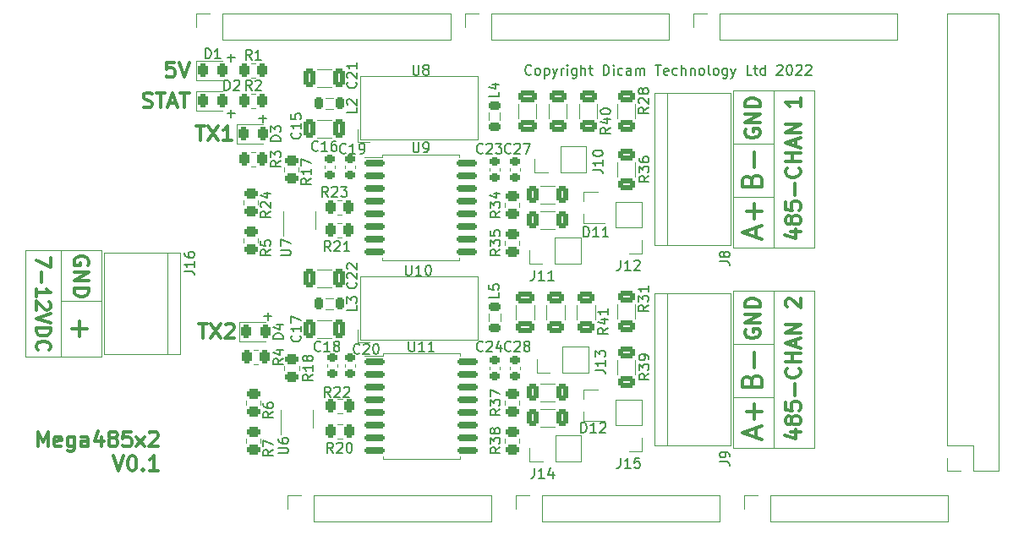
<source format=gto>
%TF.GenerationSoftware,KiCad,Pcbnew,(6.0.9)*%
%TF.CreationDate,2022-11-14T07:28:00+00:00*%
%TF.ProjectId,mega485,6d656761-3438-4352-9e6b-696361645f70,rev?*%
%TF.SameCoordinates,Original*%
%TF.FileFunction,Legend,Top*%
%TF.FilePolarity,Positive*%
%FSLAX46Y46*%
G04 Gerber Fmt 4.6, Leading zero omitted, Abs format (unit mm)*
G04 Created by KiCad (PCBNEW (6.0.9)) date 2022-11-14 07:28:00*
%MOMM*%
%LPD*%
G01*
G04 APERTURE LIST*
G04 Aperture macros list*
%AMRoundRect*
0 Rectangle with rounded corners*
0 $1 Rounding radius*
0 $2 $3 $4 $5 $6 $7 $8 $9 X,Y pos of 4 corners*
0 Add a 4 corners polygon primitive as box body*
4,1,4,$2,$3,$4,$5,$6,$7,$8,$9,$2,$3,0*
0 Add four circle primitives for the rounded corners*
1,1,$1+$1,$2,$3*
1,1,$1+$1,$4,$5*
1,1,$1+$1,$6,$7*
1,1,$1+$1,$8,$9*
0 Add four rect primitives between the rounded corners*
20,1,$1+$1,$2,$3,$4,$5,0*
20,1,$1+$1,$4,$5,$6,$7,0*
20,1,$1+$1,$6,$7,$8,$9,0*
20,1,$1+$1,$8,$9,$2,$3,0*%
G04 Aperture macros list end*
%ADD10C,0.150000*%
%ADD11C,0.300000*%
%ADD12C,0.120000*%
%ADD13O,1.700000X1.700000*%
%ADD14R,1.700000X1.700000*%
%ADD15RoundRect,0.250000X0.450000X-0.262500X0.450000X0.262500X-0.450000X0.262500X-0.450000X-0.262500X0*%
%ADD16RoundRect,0.250000X-0.450000X0.262500X-0.450000X-0.262500X0.450000X-0.262500X0.450000X0.262500X0*%
%ADD17RoundRect,0.250000X-0.262500X-0.450000X0.262500X-0.450000X0.262500X0.450000X-0.262500X0.450000X0*%
%ADD18RoundRect,0.243750X-0.243750X-0.456250X0.243750X-0.456250X0.243750X0.456250X-0.243750X0.456250X0*%
%ADD19C,3.000000*%
%ADD20R,3.000000X3.000000*%
%ADD21RoundRect,0.225000X-0.250000X0.225000X-0.250000X-0.225000X0.250000X-0.225000X0.250000X0.225000X0*%
%ADD22RoundRect,0.218750X-0.218750X-0.381250X0.218750X-0.381250X0.218750X0.381250X-0.218750X0.381250X0*%
%ADD23RoundRect,0.250000X0.625000X-0.312500X0.625000X0.312500X-0.625000X0.312500X-0.625000X-0.312500X0*%
%ADD24R,1.500000X2.000000*%
%ADD25O,1.500000X2.000000*%
%ADD26RoundRect,0.250000X0.325000X0.650000X-0.325000X0.650000X-0.325000X-0.650000X0.325000X-0.650000X0*%
%ADD27C,3.200000*%
%ADD28R,0.650000X1.060000*%
%ADD29RoundRect,0.250000X0.650000X-0.325000X0.650000X0.325000X-0.650000X0.325000X-0.650000X-0.325000X0*%
%ADD30RoundRect,0.250000X-0.325000X-0.650000X0.325000X-0.650000X0.325000X0.650000X-0.325000X0.650000X0*%
%ADD31RoundRect,0.250000X0.312500X0.625000X-0.312500X0.625000X-0.312500X-0.625000X0.312500X-0.625000X0*%
%ADD32RoundRect,0.250000X0.262500X0.450000X-0.262500X0.450000X-0.262500X-0.450000X0.262500X-0.450000X0*%
%ADD33RoundRect,0.250000X-0.625000X0.312500X-0.625000X-0.312500X0.625000X-0.312500X0.625000X0.312500X0*%
%ADD34RoundRect,0.218750X0.381250X-0.218750X0.381250X0.218750X-0.381250X0.218750X-0.381250X-0.218750X0*%
%ADD35R,0.900000X0.800000*%
%ADD36RoundRect,0.150000X-0.875000X-0.150000X0.875000X-0.150000X0.875000X0.150000X-0.875000X0.150000X0*%
G04 APERTURE END LIST*
D10*
X151021023Y-53951142D02*
X150973404Y-53998761D01*
X150830547Y-54046380D01*
X150735309Y-54046380D01*
X150592452Y-53998761D01*
X150497214Y-53903523D01*
X150449595Y-53808285D01*
X150401976Y-53617809D01*
X150401976Y-53474952D01*
X150449595Y-53284476D01*
X150497214Y-53189238D01*
X150592452Y-53094000D01*
X150735309Y-53046380D01*
X150830547Y-53046380D01*
X150973404Y-53094000D01*
X151021023Y-53141619D01*
X151592452Y-54046380D02*
X151497214Y-53998761D01*
X151449595Y-53951142D01*
X151401976Y-53855904D01*
X151401976Y-53570190D01*
X151449595Y-53474952D01*
X151497214Y-53427333D01*
X151592452Y-53379714D01*
X151735309Y-53379714D01*
X151830547Y-53427333D01*
X151878166Y-53474952D01*
X151925785Y-53570190D01*
X151925785Y-53855904D01*
X151878166Y-53951142D01*
X151830547Y-53998761D01*
X151735309Y-54046380D01*
X151592452Y-54046380D01*
X152354357Y-53379714D02*
X152354357Y-54379714D01*
X152354357Y-53427333D02*
X152449595Y-53379714D01*
X152640071Y-53379714D01*
X152735309Y-53427333D01*
X152782928Y-53474952D01*
X152830547Y-53570190D01*
X152830547Y-53855904D01*
X152782928Y-53951142D01*
X152735309Y-53998761D01*
X152640071Y-54046380D01*
X152449595Y-54046380D01*
X152354357Y-53998761D01*
X153163880Y-53379714D02*
X153401976Y-54046380D01*
X153640071Y-53379714D02*
X153401976Y-54046380D01*
X153306738Y-54284476D01*
X153259119Y-54332095D01*
X153163880Y-54379714D01*
X154021023Y-54046380D02*
X154021023Y-53379714D01*
X154021023Y-53570190D02*
X154068642Y-53474952D01*
X154116261Y-53427333D01*
X154211500Y-53379714D01*
X154306738Y-53379714D01*
X154640071Y-54046380D02*
X154640071Y-53379714D01*
X154640071Y-53046380D02*
X154592452Y-53094000D01*
X154640071Y-53141619D01*
X154687690Y-53094000D01*
X154640071Y-53046380D01*
X154640071Y-53141619D01*
X155544833Y-53379714D02*
X155544833Y-54189238D01*
X155497214Y-54284476D01*
X155449595Y-54332095D01*
X155354357Y-54379714D01*
X155211500Y-54379714D01*
X155116261Y-54332095D01*
X155544833Y-53998761D02*
X155449595Y-54046380D01*
X155259119Y-54046380D01*
X155163880Y-53998761D01*
X155116261Y-53951142D01*
X155068642Y-53855904D01*
X155068642Y-53570190D01*
X155116261Y-53474952D01*
X155163880Y-53427333D01*
X155259119Y-53379714D01*
X155449595Y-53379714D01*
X155544833Y-53427333D01*
X156021023Y-54046380D02*
X156021023Y-53046380D01*
X156449595Y-54046380D02*
X156449595Y-53522571D01*
X156401976Y-53427333D01*
X156306738Y-53379714D01*
X156163880Y-53379714D01*
X156068642Y-53427333D01*
X156021023Y-53474952D01*
X156782928Y-53379714D02*
X157163880Y-53379714D01*
X156925785Y-53046380D02*
X156925785Y-53903523D01*
X156973404Y-53998761D01*
X157068642Y-54046380D01*
X157163880Y-54046380D01*
X158259119Y-54046380D02*
X158259119Y-53046380D01*
X158497214Y-53046380D01*
X158640071Y-53094000D01*
X158735309Y-53189238D01*
X158782928Y-53284476D01*
X158830547Y-53474952D01*
X158830547Y-53617809D01*
X158782928Y-53808285D01*
X158735309Y-53903523D01*
X158640071Y-53998761D01*
X158497214Y-54046380D01*
X158259119Y-54046380D01*
X159259119Y-54046380D02*
X159259119Y-53379714D01*
X159259119Y-53046380D02*
X159211500Y-53094000D01*
X159259119Y-53141619D01*
X159306738Y-53094000D01*
X159259119Y-53046380D01*
X159259119Y-53141619D01*
X160163880Y-53998761D02*
X160068642Y-54046380D01*
X159878166Y-54046380D01*
X159782928Y-53998761D01*
X159735309Y-53951142D01*
X159687690Y-53855904D01*
X159687690Y-53570190D01*
X159735309Y-53474952D01*
X159782928Y-53427333D01*
X159878166Y-53379714D01*
X160068642Y-53379714D01*
X160163880Y-53427333D01*
X161021023Y-54046380D02*
X161021023Y-53522571D01*
X160973404Y-53427333D01*
X160878166Y-53379714D01*
X160687690Y-53379714D01*
X160592452Y-53427333D01*
X161021023Y-53998761D02*
X160925785Y-54046380D01*
X160687690Y-54046380D01*
X160592452Y-53998761D01*
X160544833Y-53903523D01*
X160544833Y-53808285D01*
X160592452Y-53713047D01*
X160687690Y-53665428D01*
X160925785Y-53665428D01*
X161021023Y-53617809D01*
X161497214Y-54046380D02*
X161497214Y-53379714D01*
X161497214Y-53474952D02*
X161544833Y-53427333D01*
X161640071Y-53379714D01*
X161782928Y-53379714D01*
X161878166Y-53427333D01*
X161925785Y-53522571D01*
X161925785Y-54046380D01*
X161925785Y-53522571D02*
X161973404Y-53427333D01*
X162068642Y-53379714D01*
X162211500Y-53379714D01*
X162306738Y-53427333D01*
X162354357Y-53522571D01*
X162354357Y-54046380D01*
X163449595Y-53046380D02*
X164021023Y-53046380D01*
X163735309Y-54046380D02*
X163735309Y-53046380D01*
X164735309Y-53998761D02*
X164640071Y-54046380D01*
X164449595Y-54046380D01*
X164354357Y-53998761D01*
X164306738Y-53903523D01*
X164306738Y-53522571D01*
X164354357Y-53427333D01*
X164449595Y-53379714D01*
X164640071Y-53379714D01*
X164735309Y-53427333D01*
X164782928Y-53522571D01*
X164782928Y-53617809D01*
X164306738Y-53713047D01*
X165640071Y-53998761D02*
X165544833Y-54046380D01*
X165354357Y-54046380D01*
X165259119Y-53998761D01*
X165211500Y-53951142D01*
X165163880Y-53855904D01*
X165163880Y-53570190D01*
X165211500Y-53474952D01*
X165259119Y-53427333D01*
X165354357Y-53379714D01*
X165544833Y-53379714D01*
X165640071Y-53427333D01*
X166068642Y-54046380D02*
X166068642Y-53046380D01*
X166497214Y-54046380D02*
X166497214Y-53522571D01*
X166449595Y-53427333D01*
X166354357Y-53379714D01*
X166211500Y-53379714D01*
X166116261Y-53427333D01*
X166068642Y-53474952D01*
X166973404Y-53379714D02*
X166973404Y-54046380D01*
X166973404Y-53474952D02*
X167021023Y-53427333D01*
X167116261Y-53379714D01*
X167259119Y-53379714D01*
X167354357Y-53427333D01*
X167401976Y-53522571D01*
X167401976Y-54046380D01*
X168021023Y-54046380D02*
X167925785Y-53998761D01*
X167878166Y-53951142D01*
X167830547Y-53855904D01*
X167830547Y-53570190D01*
X167878166Y-53474952D01*
X167925785Y-53427333D01*
X168021023Y-53379714D01*
X168163880Y-53379714D01*
X168259119Y-53427333D01*
X168306738Y-53474952D01*
X168354357Y-53570190D01*
X168354357Y-53855904D01*
X168306738Y-53951142D01*
X168259119Y-53998761D01*
X168163880Y-54046380D01*
X168021023Y-54046380D01*
X168925785Y-54046380D02*
X168830547Y-53998761D01*
X168782928Y-53903523D01*
X168782928Y-53046380D01*
X169449595Y-54046380D02*
X169354357Y-53998761D01*
X169306738Y-53951142D01*
X169259119Y-53855904D01*
X169259119Y-53570190D01*
X169306738Y-53474952D01*
X169354357Y-53427333D01*
X169449595Y-53379714D01*
X169592452Y-53379714D01*
X169687690Y-53427333D01*
X169735309Y-53474952D01*
X169782928Y-53570190D01*
X169782928Y-53855904D01*
X169735309Y-53951142D01*
X169687690Y-53998761D01*
X169592452Y-54046380D01*
X169449595Y-54046380D01*
X170640071Y-53379714D02*
X170640071Y-54189238D01*
X170592452Y-54284476D01*
X170544833Y-54332095D01*
X170449595Y-54379714D01*
X170306738Y-54379714D01*
X170211500Y-54332095D01*
X170640071Y-53998761D02*
X170544833Y-54046380D01*
X170354357Y-54046380D01*
X170259119Y-53998761D01*
X170211500Y-53951142D01*
X170163880Y-53855904D01*
X170163880Y-53570190D01*
X170211500Y-53474952D01*
X170259119Y-53427333D01*
X170354357Y-53379714D01*
X170544833Y-53379714D01*
X170640071Y-53427333D01*
X171021023Y-53379714D02*
X171259119Y-54046380D01*
X171497214Y-53379714D02*
X171259119Y-54046380D01*
X171163880Y-54284476D01*
X171116261Y-54332095D01*
X171021023Y-54379714D01*
X173116261Y-54046380D02*
X172640071Y-54046380D01*
X172640071Y-53046380D01*
X173306738Y-53379714D02*
X173687690Y-53379714D01*
X173449595Y-53046380D02*
X173449595Y-53903523D01*
X173497214Y-53998761D01*
X173592452Y-54046380D01*
X173687690Y-54046380D01*
X174449595Y-54046380D02*
X174449595Y-53046380D01*
X174449595Y-53998761D02*
X174354357Y-54046380D01*
X174163880Y-54046380D01*
X174068642Y-53998761D01*
X174021023Y-53951142D01*
X173973404Y-53855904D01*
X173973404Y-53570190D01*
X174021023Y-53474952D01*
X174068642Y-53427333D01*
X174163880Y-53379714D01*
X174354357Y-53379714D01*
X174449595Y-53427333D01*
X175640071Y-53141619D02*
X175687690Y-53094000D01*
X175782928Y-53046380D01*
X176021023Y-53046380D01*
X176116261Y-53094000D01*
X176163880Y-53141619D01*
X176211499Y-53236857D01*
X176211499Y-53332095D01*
X176163880Y-53474952D01*
X175592452Y-54046380D01*
X176211499Y-54046380D01*
X176830547Y-53046380D02*
X176925785Y-53046380D01*
X177021023Y-53094000D01*
X177068642Y-53141619D01*
X177116261Y-53236857D01*
X177163880Y-53427333D01*
X177163880Y-53665428D01*
X177116261Y-53855904D01*
X177068642Y-53951142D01*
X177021023Y-53998761D01*
X176925785Y-54046380D01*
X176830547Y-54046380D01*
X176735309Y-53998761D01*
X176687690Y-53951142D01*
X176640071Y-53855904D01*
X176592452Y-53665428D01*
X176592452Y-53427333D01*
X176640071Y-53236857D01*
X176687690Y-53141619D01*
X176735309Y-53094000D01*
X176830547Y-53046380D01*
X177544833Y-53141619D02*
X177592452Y-53094000D01*
X177687690Y-53046380D01*
X177925785Y-53046380D01*
X178021023Y-53094000D01*
X178068642Y-53141619D01*
X178116261Y-53236857D01*
X178116261Y-53332095D01*
X178068642Y-53474952D01*
X177497214Y-54046380D01*
X178116261Y-54046380D01*
X178497214Y-53141619D02*
X178544833Y-53094000D01*
X178640071Y-53046380D01*
X178878166Y-53046380D01*
X178973404Y-53094000D01*
X179021023Y-53141619D01*
X179068642Y-53236857D01*
X179068642Y-53332095D01*
X179021023Y-53474952D01*
X178449595Y-54046380D01*
X179068642Y-54046380D01*
D11*
X101641485Y-91266671D02*
X101641485Y-89766671D01*
X102141485Y-90838100D01*
X102641485Y-89766671D01*
X102641485Y-91266671D01*
X103927200Y-91195242D02*
X103784342Y-91266671D01*
X103498628Y-91266671D01*
X103355771Y-91195242D01*
X103284342Y-91052385D01*
X103284342Y-90480957D01*
X103355771Y-90338100D01*
X103498628Y-90266671D01*
X103784342Y-90266671D01*
X103927200Y-90338100D01*
X103998628Y-90480957D01*
X103998628Y-90623814D01*
X103284342Y-90766671D01*
X105284342Y-90266671D02*
X105284342Y-91480957D01*
X105212914Y-91623814D01*
X105141485Y-91695242D01*
X104998628Y-91766671D01*
X104784342Y-91766671D01*
X104641485Y-91695242D01*
X105284342Y-91195242D02*
X105141485Y-91266671D01*
X104855771Y-91266671D01*
X104712914Y-91195242D01*
X104641485Y-91123814D01*
X104570057Y-90980957D01*
X104570057Y-90552385D01*
X104641485Y-90409528D01*
X104712914Y-90338100D01*
X104855771Y-90266671D01*
X105141485Y-90266671D01*
X105284342Y-90338100D01*
X106641485Y-91266671D02*
X106641485Y-90480957D01*
X106570057Y-90338100D01*
X106427200Y-90266671D01*
X106141485Y-90266671D01*
X105998628Y-90338100D01*
X106641485Y-91195242D02*
X106498628Y-91266671D01*
X106141485Y-91266671D01*
X105998628Y-91195242D01*
X105927200Y-91052385D01*
X105927200Y-90909528D01*
X105998628Y-90766671D01*
X106141485Y-90695242D01*
X106498628Y-90695242D01*
X106641485Y-90623814D01*
X107998628Y-90266671D02*
X107998628Y-91266671D01*
X107641485Y-89695242D02*
X107284342Y-90766671D01*
X108212914Y-90766671D01*
X108998628Y-90409528D02*
X108855771Y-90338100D01*
X108784342Y-90266671D01*
X108712914Y-90123814D01*
X108712914Y-90052385D01*
X108784342Y-89909528D01*
X108855771Y-89838100D01*
X108998628Y-89766671D01*
X109284342Y-89766671D01*
X109427200Y-89838100D01*
X109498628Y-89909528D01*
X109570057Y-90052385D01*
X109570057Y-90123814D01*
X109498628Y-90266671D01*
X109427200Y-90338100D01*
X109284342Y-90409528D01*
X108998628Y-90409528D01*
X108855771Y-90480957D01*
X108784342Y-90552385D01*
X108712914Y-90695242D01*
X108712914Y-90980957D01*
X108784342Y-91123814D01*
X108855771Y-91195242D01*
X108998628Y-91266671D01*
X109284342Y-91266671D01*
X109427200Y-91195242D01*
X109498628Y-91123814D01*
X109570057Y-90980957D01*
X109570057Y-90695242D01*
X109498628Y-90552385D01*
X109427200Y-90480957D01*
X109284342Y-90409528D01*
X110927200Y-89766671D02*
X110212914Y-89766671D01*
X110141485Y-90480957D01*
X110212914Y-90409528D01*
X110355771Y-90338100D01*
X110712914Y-90338100D01*
X110855771Y-90409528D01*
X110927200Y-90480957D01*
X110998628Y-90623814D01*
X110998628Y-90980957D01*
X110927200Y-91123814D01*
X110855771Y-91195242D01*
X110712914Y-91266671D01*
X110355771Y-91266671D01*
X110212914Y-91195242D01*
X110141485Y-91123814D01*
X111498628Y-91266671D02*
X112284342Y-90266671D01*
X111498628Y-90266671D02*
X112284342Y-91266671D01*
X112784342Y-89909528D02*
X112855771Y-89838100D01*
X112998628Y-89766671D01*
X113355771Y-89766671D01*
X113498628Y-89838100D01*
X113570057Y-89909528D01*
X113641485Y-90052385D01*
X113641485Y-90195242D01*
X113570057Y-90409528D01*
X112712914Y-91266671D01*
X113641485Y-91266671D01*
X109212914Y-92181671D02*
X109712914Y-93681671D01*
X110212914Y-92181671D01*
X110998628Y-92181671D02*
X111141485Y-92181671D01*
X111284342Y-92253100D01*
X111355771Y-92324528D01*
X111427200Y-92467385D01*
X111498628Y-92753100D01*
X111498628Y-93110242D01*
X111427200Y-93395957D01*
X111355771Y-93538814D01*
X111284342Y-93610242D01*
X111141485Y-93681671D01*
X110998628Y-93681671D01*
X110855771Y-93610242D01*
X110784342Y-93538814D01*
X110712914Y-93395957D01*
X110641485Y-93110242D01*
X110641485Y-92753100D01*
X110712914Y-92467385D01*
X110784342Y-92324528D01*
X110855771Y-92253100D01*
X110998628Y-92181671D01*
X112141485Y-93538814D02*
X112212914Y-93610242D01*
X112141485Y-93681671D01*
X112070057Y-93610242D01*
X112141485Y-93538814D01*
X112141485Y-93681671D01*
X113641485Y-93681671D02*
X112784342Y-93681671D01*
X113212914Y-93681671D02*
X113212914Y-92181671D01*
X113070057Y-92395957D01*
X112927200Y-92538814D01*
X112784342Y-92610242D01*
D10*
X120959571Y-51943047D02*
X120959571Y-52704952D01*
X120578619Y-52324000D02*
X121340523Y-52324000D01*
X120959571Y-57531047D02*
X120959571Y-58292952D01*
X120578619Y-57912000D02*
X121340523Y-57912000D01*
X124134571Y-58039047D02*
X124134571Y-58800952D01*
X123753619Y-58420000D02*
X124515523Y-58420000D01*
X124642571Y-77851047D02*
X124642571Y-78612952D01*
X124261619Y-78232000D02*
X125023523Y-78232000D01*
D12*
X107950000Y-82296000D02*
X103886000Y-82296000D01*
X103886000Y-82296000D02*
X103886000Y-76708000D01*
X103886000Y-76708000D02*
X107950000Y-76708000D01*
X107950000Y-76708000D02*
X107950000Y-82296000D01*
X103886000Y-82296000D02*
X100330000Y-82296000D01*
X100330000Y-82296000D02*
X100330000Y-71628000D01*
X100330000Y-71628000D02*
X103886000Y-71628000D01*
X103886000Y-71628000D02*
X103886000Y-82296000D01*
X107950000Y-76708000D02*
X103886000Y-76708000D01*
X103886000Y-76708000D02*
X103886000Y-71628000D01*
X103886000Y-71628000D02*
X107950000Y-71628000D01*
X107950000Y-71628000D02*
X107950000Y-76708000D01*
D11*
X105775142Y-78740095D02*
X105775142Y-80263904D01*
X105013238Y-79502000D02*
X106537047Y-79502000D01*
X106668000Y-73084428D02*
X106739428Y-72941571D01*
X106739428Y-72727285D01*
X106668000Y-72513000D01*
X106525142Y-72370142D01*
X106382285Y-72298714D01*
X106096571Y-72227285D01*
X105882285Y-72227285D01*
X105596571Y-72298714D01*
X105453714Y-72370142D01*
X105310857Y-72513000D01*
X105239428Y-72727285D01*
X105239428Y-72870142D01*
X105310857Y-73084428D01*
X105382285Y-73155857D01*
X105882285Y-73155857D01*
X105882285Y-72870142D01*
X105239428Y-73798714D02*
X106739428Y-73798714D01*
X105239428Y-74655857D01*
X106739428Y-74655857D01*
X105239428Y-75370142D02*
X106739428Y-75370142D01*
X106739428Y-75727285D01*
X106668000Y-75941571D01*
X106525142Y-76084428D01*
X106382285Y-76155857D01*
X106096571Y-76227285D01*
X105882285Y-76227285D01*
X105596571Y-76155857D01*
X105453714Y-76084428D01*
X105310857Y-75941571D01*
X105239428Y-75727285D01*
X105239428Y-75370142D01*
X102874666Y-72313666D02*
X102874666Y-73247000D01*
X101474666Y-72647000D01*
X102008000Y-73780333D02*
X102008000Y-74847000D01*
X101474666Y-76247000D02*
X101474666Y-75447000D01*
X101474666Y-75847000D02*
X102874666Y-75847000D01*
X102674666Y-75713666D01*
X102541333Y-75580333D01*
X102474666Y-75447000D01*
X102741333Y-76780333D02*
X102808000Y-76847000D01*
X102874666Y-76980333D01*
X102874666Y-77313666D01*
X102808000Y-77447000D01*
X102741333Y-77513666D01*
X102608000Y-77580333D01*
X102474666Y-77580333D01*
X102274666Y-77513666D01*
X101474666Y-76713666D01*
X101474666Y-77580333D01*
X102874666Y-77980333D02*
X101474666Y-78447000D01*
X102874666Y-78913666D01*
X101474666Y-79380333D02*
X102874666Y-79380333D01*
X102874666Y-79713666D01*
X102808000Y-79913666D01*
X102674666Y-80047000D01*
X102541333Y-80113666D01*
X102274666Y-80180333D01*
X102074666Y-80180333D01*
X101808000Y-80113666D01*
X101674666Y-80047000D01*
X101541333Y-79913666D01*
X101474666Y-79713666D01*
X101474666Y-79380333D01*
X101608000Y-81580333D02*
X101541333Y-81513666D01*
X101474666Y-81313666D01*
X101474666Y-81180333D01*
X101541333Y-80980333D01*
X101674666Y-80847000D01*
X101808000Y-80780333D01*
X102074666Y-80713666D01*
X102274666Y-80713666D01*
X102541333Y-80780333D01*
X102674666Y-80847000D01*
X102808000Y-80980333D01*
X102874666Y-81180333D01*
X102874666Y-81313666D01*
X102808000Y-81513666D01*
X102741333Y-81580333D01*
D12*
X171196000Y-75692000D02*
X175260000Y-75692000D01*
X175260000Y-75692000D02*
X175260000Y-81026000D01*
X175260000Y-81026000D02*
X171196000Y-81026000D01*
X171196000Y-81026000D02*
X171196000Y-75692000D01*
D11*
X173561333Y-90360285D02*
X173561333Y-89407904D01*
X174132761Y-90550761D02*
X172132761Y-89884095D01*
X174132761Y-89217428D01*
X173370857Y-88550761D02*
X173370857Y-87026952D01*
X174132761Y-87788857D02*
X172608952Y-87788857D01*
X172478000Y-79569571D02*
X172406571Y-79712428D01*
X172406571Y-79926714D01*
X172478000Y-80141000D01*
X172620857Y-80283857D01*
X172763714Y-80355285D01*
X173049428Y-80426714D01*
X173263714Y-80426714D01*
X173549428Y-80355285D01*
X173692285Y-80283857D01*
X173835142Y-80141000D01*
X173906571Y-79926714D01*
X173906571Y-79783857D01*
X173835142Y-79569571D01*
X173763714Y-79498142D01*
X173263714Y-79498142D01*
X173263714Y-79783857D01*
X173906571Y-78855285D02*
X172406571Y-78855285D01*
X173906571Y-77998142D01*
X172406571Y-77998142D01*
X173906571Y-77283857D02*
X172406571Y-77283857D01*
X172406571Y-76926714D01*
X172478000Y-76712428D01*
X172620857Y-76569571D01*
X172763714Y-76498142D01*
X173049428Y-76426714D01*
X173263714Y-76426714D01*
X173549428Y-76498142D01*
X173692285Y-76569571D01*
X173835142Y-76712428D01*
X173906571Y-76926714D01*
X173906571Y-77283857D01*
X176970571Y-89783857D02*
X177970571Y-89783857D01*
X176399142Y-90141000D02*
X177470571Y-90498142D01*
X177470571Y-89569571D01*
X177113428Y-88783857D02*
X177042000Y-88926714D01*
X176970571Y-88998142D01*
X176827714Y-89069571D01*
X176756285Y-89069571D01*
X176613428Y-88998142D01*
X176542000Y-88926714D01*
X176470571Y-88783857D01*
X176470571Y-88498142D01*
X176542000Y-88355285D01*
X176613428Y-88283857D01*
X176756285Y-88212428D01*
X176827714Y-88212428D01*
X176970571Y-88283857D01*
X177042000Y-88355285D01*
X177113428Y-88498142D01*
X177113428Y-88783857D01*
X177184857Y-88926714D01*
X177256285Y-88998142D01*
X177399142Y-89069571D01*
X177684857Y-89069571D01*
X177827714Y-88998142D01*
X177899142Y-88926714D01*
X177970571Y-88783857D01*
X177970571Y-88498142D01*
X177899142Y-88355285D01*
X177827714Y-88283857D01*
X177684857Y-88212428D01*
X177399142Y-88212428D01*
X177256285Y-88283857D01*
X177184857Y-88355285D01*
X177113428Y-88498142D01*
X176470571Y-86855285D02*
X176470571Y-87569571D01*
X177184857Y-87641000D01*
X177113428Y-87569571D01*
X177042000Y-87426714D01*
X177042000Y-87069571D01*
X177113428Y-86926714D01*
X177184857Y-86855285D01*
X177327714Y-86783857D01*
X177684857Y-86783857D01*
X177827714Y-86855285D01*
X177899142Y-86926714D01*
X177970571Y-87069571D01*
X177970571Y-87426714D01*
X177899142Y-87569571D01*
X177827714Y-87641000D01*
X177399142Y-86141000D02*
X177399142Y-84998142D01*
X177827714Y-83426714D02*
X177899142Y-83498142D01*
X177970571Y-83712428D01*
X177970571Y-83855285D01*
X177899142Y-84069571D01*
X177756285Y-84212428D01*
X177613428Y-84283857D01*
X177327714Y-84355285D01*
X177113428Y-84355285D01*
X176827714Y-84283857D01*
X176684857Y-84212428D01*
X176542000Y-84069571D01*
X176470571Y-83855285D01*
X176470571Y-83712428D01*
X176542000Y-83498142D01*
X176613428Y-83426714D01*
X177970571Y-82783857D02*
X176470571Y-82783857D01*
X177184857Y-82783857D02*
X177184857Y-81926714D01*
X177970571Y-81926714D02*
X176470571Y-81926714D01*
X177542000Y-81283857D02*
X177542000Y-80569571D01*
X177970571Y-81426714D02*
X176470571Y-80926714D01*
X177970571Y-80426714D01*
X177970571Y-79926714D02*
X176470571Y-79926714D01*
X177970571Y-79069571D01*
X176470571Y-79069571D01*
X176613428Y-77283857D02*
X176542000Y-77212428D01*
X176470571Y-77069571D01*
X176470571Y-76712428D01*
X176542000Y-76569571D01*
X176613428Y-76498142D01*
X176756285Y-76426714D01*
X176899142Y-76426714D01*
X177113428Y-76498142D01*
X177970571Y-77355285D01*
X177970571Y-76426714D01*
X173085142Y-84661238D02*
X173180380Y-84375523D01*
X173275619Y-84280285D01*
X173466095Y-84185047D01*
X173751809Y-84185047D01*
X173942285Y-84280285D01*
X174037523Y-84375523D01*
X174132761Y-84566000D01*
X174132761Y-85327904D01*
X172132761Y-85327904D01*
X172132761Y-84661238D01*
X172228000Y-84470761D01*
X172323238Y-84375523D01*
X172513714Y-84280285D01*
X172704190Y-84280285D01*
X172894666Y-84375523D01*
X172989904Y-84470761D01*
X173085142Y-84661238D01*
X173085142Y-85327904D01*
X173370857Y-83327904D02*
X173370857Y-81804095D01*
D12*
X171196000Y-86360000D02*
X175260000Y-86360000D01*
X175260000Y-86360000D02*
X175260000Y-91440000D01*
X175260000Y-91440000D02*
X171196000Y-91440000D01*
X171196000Y-91440000D02*
X171196000Y-86360000D01*
X175260000Y-75692000D02*
X179324000Y-75692000D01*
X179324000Y-75692000D02*
X179324000Y-91440000D01*
X179324000Y-91440000D02*
X175260000Y-91440000D01*
X175260000Y-91440000D02*
X175260000Y-75692000D01*
X171196000Y-81026000D02*
X175260000Y-81026000D01*
X175260000Y-81026000D02*
X175260000Y-86360000D01*
X175260000Y-86360000D02*
X171196000Y-86360000D01*
X171196000Y-86360000D02*
X171196000Y-81026000D01*
D11*
X173561333Y-70294285D02*
X173561333Y-69341904D01*
X174132761Y-70484761D02*
X172132761Y-69818095D01*
X174132761Y-69151428D01*
X173370857Y-68484761D02*
X173370857Y-66960952D01*
X174132761Y-67722857D02*
X172608952Y-67722857D01*
X173085142Y-64595238D02*
X173180380Y-64309523D01*
X173275619Y-64214285D01*
X173466095Y-64119047D01*
X173751809Y-64119047D01*
X173942285Y-64214285D01*
X174037523Y-64309523D01*
X174132761Y-64500000D01*
X174132761Y-65261904D01*
X172132761Y-65261904D01*
X172132761Y-64595238D01*
X172228000Y-64404761D01*
X172323238Y-64309523D01*
X172513714Y-64214285D01*
X172704190Y-64214285D01*
X172894666Y-64309523D01*
X172989904Y-64404761D01*
X173085142Y-64595238D01*
X173085142Y-65261904D01*
X173370857Y-63261904D02*
X173370857Y-61738095D01*
X172478000Y-59503571D02*
X172406571Y-59646428D01*
X172406571Y-59860714D01*
X172478000Y-60075000D01*
X172620857Y-60217857D01*
X172763714Y-60289285D01*
X173049428Y-60360714D01*
X173263714Y-60360714D01*
X173549428Y-60289285D01*
X173692285Y-60217857D01*
X173835142Y-60075000D01*
X173906571Y-59860714D01*
X173906571Y-59717857D01*
X173835142Y-59503571D01*
X173763714Y-59432142D01*
X173263714Y-59432142D01*
X173263714Y-59717857D01*
X173906571Y-58789285D02*
X172406571Y-58789285D01*
X173906571Y-57932142D01*
X172406571Y-57932142D01*
X173906571Y-57217857D02*
X172406571Y-57217857D01*
X172406571Y-56860714D01*
X172478000Y-56646428D01*
X172620857Y-56503571D01*
X172763714Y-56432142D01*
X173049428Y-56360714D01*
X173263714Y-56360714D01*
X173549428Y-56432142D01*
X173692285Y-56503571D01*
X173835142Y-56646428D01*
X173906571Y-56860714D01*
X173906571Y-57217857D01*
X176970571Y-69717857D02*
X177970571Y-69717857D01*
X176399142Y-70075000D02*
X177470571Y-70432142D01*
X177470571Y-69503571D01*
X177113428Y-68717857D02*
X177042000Y-68860714D01*
X176970571Y-68932142D01*
X176827714Y-69003571D01*
X176756285Y-69003571D01*
X176613428Y-68932142D01*
X176542000Y-68860714D01*
X176470571Y-68717857D01*
X176470571Y-68432142D01*
X176542000Y-68289285D01*
X176613428Y-68217857D01*
X176756285Y-68146428D01*
X176827714Y-68146428D01*
X176970571Y-68217857D01*
X177042000Y-68289285D01*
X177113428Y-68432142D01*
X177113428Y-68717857D01*
X177184857Y-68860714D01*
X177256285Y-68932142D01*
X177399142Y-69003571D01*
X177684857Y-69003571D01*
X177827714Y-68932142D01*
X177899142Y-68860714D01*
X177970571Y-68717857D01*
X177970571Y-68432142D01*
X177899142Y-68289285D01*
X177827714Y-68217857D01*
X177684857Y-68146428D01*
X177399142Y-68146428D01*
X177256285Y-68217857D01*
X177184857Y-68289285D01*
X177113428Y-68432142D01*
X176470571Y-66789285D02*
X176470571Y-67503571D01*
X177184857Y-67575000D01*
X177113428Y-67503571D01*
X177042000Y-67360714D01*
X177042000Y-67003571D01*
X177113428Y-66860714D01*
X177184857Y-66789285D01*
X177327714Y-66717857D01*
X177684857Y-66717857D01*
X177827714Y-66789285D01*
X177899142Y-66860714D01*
X177970571Y-67003571D01*
X177970571Y-67360714D01*
X177899142Y-67503571D01*
X177827714Y-67575000D01*
X177399142Y-66075000D02*
X177399142Y-64932142D01*
X177827714Y-63360714D02*
X177899142Y-63432142D01*
X177970571Y-63646428D01*
X177970571Y-63789285D01*
X177899142Y-64003571D01*
X177756285Y-64146428D01*
X177613428Y-64217857D01*
X177327714Y-64289285D01*
X177113428Y-64289285D01*
X176827714Y-64217857D01*
X176684857Y-64146428D01*
X176542000Y-64003571D01*
X176470571Y-63789285D01*
X176470571Y-63646428D01*
X176542000Y-63432142D01*
X176613428Y-63360714D01*
X177970571Y-62717857D02*
X176470571Y-62717857D01*
X177184857Y-62717857D02*
X177184857Y-61860714D01*
X177970571Y-61860714D02*
X176470571Y-61860714D01*
X177542000Y-61217857D02*
X177542000Y-60503571D01*
X177970571Y-61360714D02*
X176470571Y-60860714D01*
X177970571Y-60360714D01*
X177970571Y-59860714D02*
X176470571Y-59860714D01*
X177970571Y-59003571D01*
X176470571Y-59003571D01*
X177970571Y-56360714D02*
X177970571Y-57217857D01*
X177970571Y-56789285D02*
X176470571Y-56789285D01*
X176684857Y-56932142D01*
X176827714Y-57075000D01*
X176899142Y-57217857D01*
D12*
X175260000Y-55626000D02*
X179324000Y-55626000D01*
X179324000Y-55626000D02*
X179324000Y-71374000D01*
X179324000Y-71374000D02*
X175260000Y-71374000D01*
X175260000Y-71374000D02*
X175260000Y-55626000D01*
X171196000Y-66294000D02*
X175260000Y-66294000D01*
X175260000Y-66294000D02*
X175260000Y-71374000D01*
X175260000Y-71374000D02*
X171196000Y-71374000D01*
X171196000Y-71374000D02*
X171196000Y-66294000D01*
X171196000Y-60960000D02*
X175260000Y-60960000D01*
X175260000Y-60960000D02*
X175260000Y-66294000D01*
X175260000Y-66294000D02*
X171196000Y-66294000D01*
X171196000Y-66294000D02*
X171196000Y-60960000D01*
X171196000Y-55626000D02*
X175260000Y-55626000D01*
X175260000Y-55626000D02*
X175260000Y-60960000D01*
X175260000Y-60960000D02*
X171196000Y-60960000D01*
X171196000Y-60960000D02*
X171196000Y-55626000D01*
D11*
X117706857Y-78934571D02*
X118564000Y-78934571D01*
X118135428Y-80434571D02*
X118135428Y-78934571D01*
X118921142Y-78934571D02*
X119921142Y-80434571D01*
X119921142Y-78934571D02*
X118921142Y-80434571D01*
X120421142Y-79077428D02*
X120492571Y-79006000D01*
X120635428Y-78934571D01*
X120992571Y-78934571D01*
X121135428Y-79006000D01*
X121206857Y-79077428D01*
X121278285Y-79220285D01*
X121278285Y-79363142D01*
X121206857Y-79577428D01*
X120349714Y-80434571D01*
X121278285Y-80434571D01*
X117452857Y-59122571D02*
X118310000Y-59122571D01*
X117881428Y-60622571D02*
X117881428Y-59122571D01*
X118667142Y-59122571D02*
X119667142Y-60622571D01*
X119667142Y-59122571D02*
X118667142Y-60622571D01*
X121024285Y-60622571D02*
X120167142Y-60622571D01*
X120595714Y-60622571D02*
X120595714Y-59122571D01*
X120452857Y-59336857D01*
X120310000Y-59479714D01*
X120167142Y-59551142D01*
X112184714Y-57249142D02*
X112399000Y-57320571D01*
X112756142Y-57320571D01*
X112899000Y-57249142D01*
X112970428Y-57177714D01*
X113041857Y-57034857D01*
X113041857Y-56892000D01*
X112970428Y-56749142D01*
X112899000Y-56677714D01*
X112756142Y-56606285D01*
X112470428Y-56534857D01*
X112327571Y-56463428D01*
X112256142Y-56392000D01*
X112184714Y-56249142D01*
X112184714Y-56106285D01*
X112256142Y-55963428D01*
X112327571Y-55892000D01*
X112470428Y-55820571D01*
X112827571Y-55820571D01*
X113041857Y-55892000D01*
X113470428Y-55820571D02*
X114327571Y-55820571D01*
X113899000Y-57320571D02*
X113899000Y-55820571D01*
X114756142Y-56892000D02*
X115470428Y-56892000D01*
X114613285Y-57320571D02*
X115113285Y-55820571D01*
X115613285Y-57320571D01*
X115899000Y-55820571D02*
X116756142Y-55820571D01*
X116327571Y-57320571D02*
X116327571Y-55820571D01*
X115256142Y-52772571D02*
X114541857Y-52772571D01*
X114470428Y-53486857D01*
X114541857Y-53415428D01*
X114684714Y-53344000D01*
X115041857Y-53344000D01*
X115184714Y-53415428D01*
X115256142Y-53486857D01*
X115327571Y-53629714D01*
X115327571Y-53986857D01*
X115256142Y-54129714D01*
X115184714Y-54201142D01*
X115041857Y-54272571D01*
X114684714Y-54272571D01*
X114541857Y-54201142D01*
X114470428Y-54129714D01*
X115756142Y-52772571D02*
X116256142Y-54272571D01*
X116756142Y-52772571D01*
D10*
%TO.C,J15*%
X159972476Y-92416380D02*
X159972476Y-93130666D01*
X159924857Y-93273523D01*
X159829619Y-93368761D01*
X159686761Y-93416380D01*
X159591523Y-93416380D01*
X160972476Y-93416380D02*
X160401047Y-93416380D01*
X160686761Y-93416380D02*
X160686761Y-92416380D01*
X160591523Y-92559238D01*
X160496285Y-92654476D01*
X160401047Y-92702095D01*
X161877238Y-92416380D02*
X161401047Y-92416380D01*
X161353428Y-92892571D01*
X161401047Y-92844952D01*
X161496285Y-92797333D01*
X161734380Y-92797333D01*
X161829619Y-92844952D01*
X161877238Y-92892571D01*
X161924857Y-92987809D01*
X161924857Y-93225904D01*
X161877238Y-93321142D01*
X161829619Y-93368761D01*
X161734380Y-93416380D01*
X161496285Y-93416380D01*
X161401047Y-93368761D01*
X161353428Y-93321142D01*
%TO.C,J14*%
X151341476Y-93432380D02*
X151341476Y-94146666D01*
X151293857Y-94289523D01*
X151198619Y-94384761D01*
X151055761Y-94432380D01*
X150960523Y-94432380D01*
X152341476Y-94432380D02*
X151770047Y-94432380D01*
X152055761Y-94432380D02*
X152055761Y-93432380D01*
X151960523Y-93575238D01*
X151865285Y-93670476D01*
X151770047Y-93718095D01*
X153198619Y-93765714D02*
X153198619Y-94432380D01*
X152960523Y-93384761D02*
X152722428Y-94099047D01*
X153341476Y-94099047D01*
%TO.C,J13*%
X157440380Y-83613523D02*
X158154666Y-83613523D01*
X158297523Y-83661142D01*
X158392761Y-83756380D01*
X158440380Y-83899238D01*
X158440380Y-83994476D01*
X158440380Y-82613523D02*
X158440380Y-83184952D01*
X158440380Y-82899238D02*
X157440380Y-82899238D01*
X157583238Y-82994476D01*
X157678476Y-83089714D01*
X157726095Y-83184952D01*
X157440380Y-82280190D02*
X157440380Y-81661142D01*
X157821333Y-81994476D01*
X157821333Y-81851619D01*
X157868952Y-81756380D01*
X157916571Y-81708761D01*
X158011809Y-81661142D01*
X158249904Y-81661142D01*
X158345142Y-81708761D01*
X158392761Y-81756380D01*
X158440380Y-81851619D01*
X158440380Y-82137333D01*
X158392761Y-82232571D01*
X158345142Y-82280190D01*
%TO.C,J12*%
X159972476Y-72604380D02*
X159972476Y-73318666D01*
X159924857Y-73461523D01*
X159829619Y-73556761D01*
X159686761Y-73604380D01*
X159591523Y-73604380D01*
X160972476Y-73604380D02*
X160401047Y-73604380D01*
X160686761Y-73604380D02*
X160686761Y-72604380D01*
X160591523Y-72747238D01*
X160496285Y-72842476D01*
X160401047Y-72890095D01*
X161353428Y-72699619D02*
X161401047Y-72652000D01*
X161496285Y-72604380D01*
X161734380Y-72604380D01*
X161829619Y-72652000D01*
X161877238Y-72699619D01*
X161924857Y-72794857D01*
X161924857Y-72890095D01*
X161877238Y-73032952D01*
X161305809Y-73604380D01*
X161924857Y-73604380D01*
%TO.C,J11*%
X151336476Y-73620380D02*
X151336476Y-74334666D01*
X151288857Y-74477523D01*
X151193619Y-74572761D01*
X151050761Y-74620380D01*
X150955523Y-74620380D01*
X152336476Y-74620380D02*
X151765047Y-74620380D01*
X152050761Y-74620380D02*
X152050761Y-73620380D01*
X151955523Y-73763238D01*
X151860285Y-73858476D01*
X151765047Y-73906095D01*
X153288857Y-74620380D02*
X152717428Y-74620380D01*
X153003142Y-74620380D02*
X153003142Y-73620380D01*
X152907904Y-73763238D01*
X152812666Y-73858476D01*
X152717428Y-73906095D01*
%TO.C,J10*%
X157186380Y-63547523D02*
X157900666Y-63547523D01*
X158043523Y-63595142D01*
X158138761Y-63690380D01*
X158186380Y-63833238D01*
X158186380Y-63928476D01*
X158186380Y-62547523D02*
X158186380Y-63118952D01*
X158186380Y-62833238D02*
X157186380Y-62833238D01*
X157329238Y-62928476D01*
X157424476Y-63023714D01*
X157472095Y-63118952D01*
X157186380Y-61928476D02*
X157186380Y-61833238D01*
X157234000Y-61738000D01*
X157281619Y-61690380D01*
X157376857Y-61642761D01*
X157567333Y-61595142D01*
X157805428Y-61595142D01*
X157995904Y-61642761D01*
X158091142Y-61690380D01*
X158138761Y-61738000D01*
X158186380Y-61833238D01*
X158186380Y-61928476D01*
X158138761Y-62023714D01*
X158091142Y-62071333D01*
X157995904Y-62118952D01*
X157805428Y-62166571D01*
X157567333Y-62166571D01*
X157376857Y-62118952D01*
X157281619Y-62071333D01*
X157234000Y-62023714D01*
X157186380Y-61928476D01*
%TO.C,R7*%
X125166380Y-91606666D02*
X124690190Y-91940000D01*
X125166380Y-92178095D02*
X124166380Y-92178095D01*
X124166380Y-91797142D01*
X124214000Y-91701904D01*
X124261619Y-91654285D01*
X124356857Y-91606666D01*
X124499714Y-91606666D01*
X124594952Y-91654285D01*
X124642571Y-91701904D01*
X124690190Y-91797142D01*
X124690190Y-92178095D01*
X124166380Y-91273333D02*
X124166380Y-90606666D01*
X125166380Y-91035238D01*
%TO.C,R6*%
X125166380Y-87796666D02*
X124690190Y-88130000D01*
X125166380Y-88368095D02*
X124166380Y-88368095D01*
X124166380Y-87987142D01*
X124214000Y-87891904D01*
X124261619Y-87844285D01*
X124356857Y-87796666D01*
X124499714Y-87796666D01*
X124594952Y-87844285D01*
X124642571Y-87891904D01*
X124690190Y-87987142D01*
X124690190Y-88368095D01*
X124166380Y-86939523D02*
X124166380Y-87130000D01*
X124214000Y-87225238D01*
X124261619Y-87272857D01*
X124404476Y-87368095D01*
X124594952Y-87415714D01*
X124975904Y-87415714D01*
X125071142Y-87368095D01*
X125118761Y-87320476D01*
X125166380Y-87225238D01*
X125166380Y-87034761D01*
X125118761Y-86939523D01*
X125071142Y-86891904D01*
X124975904Y-86844285D01*
X124737809Y-86844285D01*
X124642571Y-86891904D01*
X124594952Y-86939523D01*
X124547333Y-87034761D01*
X124547333Y-87225238D01*
X124594952Y-87320476D01*
X124642571Y-87368095D01*
X124737809Y-87415714D01*
%TO.C,R5*%
X124912380Y-71540666D02*
X124436190Y-71874000D01*
X124912380Y-72112095D02*
X123912380Y-72112095D01*
X123912380Y-71731142D01*
X123960000Y-71635904D01*
X124007619Y-71588285D01*
X124102857Y-71540666D01*
X124245714Y-71540666D01*
X124340952Y-71588285D01*
X124388571Y-71635904D01*
X124436190Y-71731142D01*
X124436190Y-72112095D01*
X123912380Y-70635904D02*
X123912380Y-71112095D01*
X124388571Y-71159714D01*
X124340952Y-71112095D01*
X124293333Y-71016857D01*
X124293333Y-70778761D01*
X124340952Y-70683523D01*
X124388571Y-70635904D01*
X124483809Y-70588285D01*
X124721904Y-70588285D01*
X124817142Y-70635904D01*
X124864761Y-70683523D01*
X124912380Y-70778761D01*
X124912380Y-71016857D01*
X124864761Y-71112095D01*
X124817142Y-71159714D01*
%TO.C,R4*%
X126182380Y-82462666D02*
X125706190Y-82796000D01*
X126182380Y-83034095D02*
X125182380Y-83034095D01*
X125182380Y-82653142D01*
X125230000Y-82557904D01*
X125277619Y-82510285D01*
X125372857Y-82462666D01*
X125515714Y-82462666D01*
X125610952Y-82510285D01*
X125658571Y-82557904D01*
X125706190Y-82653142D01*
X125706190Y-83034095D01*
X125515714Y-81605523D02*
X126182380Y-81605523D01*
X125134761Y-81843619D02*
X125849047Y-82081714D01*
X125849047Y-81462666D01*
%TO.C,R3*%
X125928380Y-62650666D02*
X125452190Y-62984000D01*
X125928380Y-63222095D02*
X124928380Y-63222095D01*
X124928380Y-62841142D01*
X124976000Y-62745904D01*
X125023619Y-62698285D01*
X125118857Y-62650666D01*
X125261714Y-62650666D01*
X125356952Y-62698285D01*
X125404571Y-62745904D01*
X125452190Y-62841142D01*
X125452190Y-63222095D01*
X124928380Y-62317333D02*
X124928380Y-61698285D01*
X125309333Y-62031619D01*
X125309333Y-61888761D01*
X125356952Y-61793523D01*
X125404571Y-61745904D01*
X125499809Y-61698285D01*
X125737904Y-61698285D01*
X125833142Y-61745904D01*
X125880761Y-61793523D01*
X125928380Y-61888761D01*
X125928380Y-62174476D01*
X125880761Y-62269714D01*
X125833142Y-62317333D01*
%TO.C,R2*%
X123023333Y-55570380D02*
X122690000Y-55094190D01*
X122451904Y-55570380D02*
X122451904Y-54570380D01*
X122832857Y-54570380D01*
X122928095Y-54618000D01*
X122975714Y-54665619D01*
X123023333Y-54760857D01*
X123023333Y-54903714D01*
X122975714Y-54998952D01*
X122928095Y-55046571D01*
X122832857Y-55094190D01*
X122451904Y-55094190D01*
X123404285Y-54665619D02*
X123451904Y-54618000D01*
X123547142Y-54570380D01*
X123785238Y-54570380D01*
X123880476Y-54618000D01*
X123928095Y-54665619D01*
X123975714Y-54760857D01*
X123975714Y-54856095D01*
X123928095Y-54998952D01*
X123356666Y-55570380D01*
X123975714Y-55570380D01*
%TO.C,R1*%
X123023333Y-52522380D02*
X122690000Y-52046190D01*
X122451904Y-52522380D02*
X122451904Y-51522380D01*
X122832857Y-51522380D01*
X122928095Y-51570000D01*
X122975714Y-51617619D01*
X123023333Y-51712857D01*
X123023333Y-51855714D01*
X122975714Y-51950952D01*
X122928095Y-51998571D01*
X122832857Y-52046190D01*
X122451904Y-52046190D01*
X123975714Y-52522380D02*
X123404285Y-52522380D01*
X123690000Y-52522380D02*
X123690000Y-51522380D01*
X123594761Y-51665238D01*
X123499523Y-51760476D01*
X123404285Y-51808095D01*
%TO.C,D4*%
X126182380Y-80494095D02*
X125182380Y-80494095D01*
X125182380Y-80256000D01*
X125230000Y-80113142D01*
X125325238Y-80017904D01*
X125420476Y-79970285D01*
X125610952Y-79922666D01*
X125753809Y-79922666D01*
X125944285Y-79970285D01*
X126039523Y-80017904D01*
X126134761Y-80113142D01*
X126182380Y-80256000D01*
X126182380Y-80494095D01*
X125515714Y-79065523D02*
X126182380Y-79065523D01*
X125134761Y-79303619D02*
X125849047Y-79541714D01*
X125849047Y-78922666D01*
%TO.C,D3*%
X125928380Y-60682095D02*
X124928380Y-60682095D01*
X124928380Y-60444000D01*
X124976000Y-60301142D01*
X125071238Y-60205904D01*
X125166476Y-60158285D01*
X125356952Y-60110666D01*
X125499809Y-60110666D01*
X125690285Y-60158285D01*
X125785523Y-60205904D01*
X125880761Y-60301142D01*
X125928380Y-60444000D01*
X125928380Y-60682095D01*
X124928380Y-59777333D02*
X124928380Y-59158285D01*
X125309333Y-59491619D01*
X125309333Y-59348761D01*
X125356952Y-59253523D01*
X125404571Y-59205904D01*
X125499809Y-59158285D01*
X125737904Y-59158285D01*
X125833142Y-59205904D01*
X125880761Y-59253523D01*
X125928380Y-59348761D01*
X125928380Y-59634476D01*
X125880761Y-59729714D01*
X125833142Y-59777333D01*
%TO.C,D2*%
X120292904Y-55570380D02*
X120292904Y-54570380D01*
X120531000Y-54570380D01*
X120673857Y-54618000D01*
X120769095Y-54713238D01*
X120816714Y-54808476D01*
X120864333Y-54998952D01*
X120864333Y-55141809D01*
X120816714Y-55332285D01*
X120769095Y-55427523D01*
X120673857Y-55522761D01*
X120531000Y-55570380D01*
X120292904Y-55570380D01*
X121245285Y-54665619D02*
X121292904Y-54618000D01*
X121388142Y-54570380D01*
X121626238Y-54570380D01*
X121721476Y-54618000D01*
X121769095Y-54665619D01*
X121816714Y-54760857D01*
X121816714Y-54856095D01*
X121769095Y-54998952D01*
X121197666Y-55570380D01*
X121816714Y-55570380D01*
%TO.C,D1*%
X118387904Y-52395380D02*
X118387904Y-51395380D01*
X118626000Y-51395380D01*
X118768857Y-51443000D01*
X118864095Y-51538238D01*
X118911714Y-51633476D01*
X118959333Y-51823952D01*
X118959333Y-51966809D01*
X118911714Y-52157285D01*
X118864095Y-52252523D01*
X118768857Y-52347761D01*
X118626000Y-52395380D01*
X118387904Y-52395380D01*
X119911714Y-52395380D02*
X119340285Y-52395380D01*
X119626000Y-52395380D02*
X119626000Y-51395380D01*
X119530761Y-51538238D01*
X119435523Y-51633476D01*
X119340285Y-51681095D01*
%TO.C,J16*%
X116292380Y-73707523D02*
X117006666Y-73707523D01*
X117149523Y-73755142D01*
X117244761Y-73850380D01*
X117292380Y-73993238D01*
X117292380Y-74088476D01*
X117292380Y-72707523D02*
X117292380Y-73278952D01*
X117292380Y-72993238D02*
X116292380Y-72993238D01*
X116435238Y-73088476D01*
X116530476Y-73183714D01*
X116578095Y-73278952D01*
X116292380Y-71850380D02*
X116292380Y-72040857D01*
X116340000Y-72136095D01*
X116387619Y-72183714D01*
X116530476Y-72278952D01*
X116720952Y-72326571D01*
X117101904Y-72326571D01*
X117197142Y-72278952D01*
X117244761Y-72231333D01*
X117292380Y-72136095D01*
X117292380Y-71945619D01*
X117244761Y-71850380D01*
X117197142Y-71802761D01*
X117101904Y-71755142D01*
X116863809Y-71755142D01*
X116768571Y-71802761D01*
X116720952Y-71850380D01*
X116673333Y-71945619D01*
X116673333Y-72136095D01*
X116720952Y-72231333D01*
X116768571Y-72278952D01*
X116863809Y-72326571D01*
%TO.C,C18*%
X129913142Y-81637142D02*
X129865523Y-81684761D01*
X129722666Y-81732380D01*
X129627428Y-81732380D01*
X129484571Y-81684761D01*
X129389333Y-81589523D01*
X129341714Y-81494285D01*
X129294095Y-81303809D01*
X129294095Y-81160952D01*
X129341714Y-80970476D01*
X129389333Y-80875238D01*
X129484571Y-80780000D01*
X129627428Y-80732380D01*
X129722666Y-80732380D01*
X129865523Y-80780000D01*
X129913142Y-80827619D01*
X130865523Y-81732380D02*
X130294095Y-81732380D01*
X130579809Y-81732380D02*
X130579809Y-80732380D01*
X130484571Y-80875238D01*
X130389333Y-80970476D01*
X130294095Y-81018095D01*
X131436952Y-81160952D02*
X131341714Y-81113333D01*
X131294095Y-81065714D01*
X131246476Y-80970476D01*
X131246476Y-80922857D01*
X131294095Y-80827619D01*
X131341714Y-80780000D01*
X131436952Y-80732380D01*
X131627428Y-80732380D01*
X131722666Y-80780000D01*
X131770285Y-80827619D01*
X131817904Y-80922857D01*
X131817904Y-80970476D01*
X131770285Y-81065714D01*
X131722666Y-81113333D01*
X131627428Y-81160952D01*
X131436952Y-81160952D01*
X131341714Y-81208571D01*
X131294095Y-81256190D01*
X131246476Y-81351428D01*
X131246476Y-81541904D01*
X131294095Y-81637142D01*
X131341714Y-81684761D01*
X131436952Y-81732380D01*
X131627428Y-81732380D01*
X131722666Y-81684761D01*
X131770285Y-81637142D01*
X131817904Y-81541904D01*
X131817904Y-81351428D01*
X131770285Y-81256190D01*
X131722666Y-81208571D01*
X131627428Y-81160952D01*
%TO.C,L3*%
X133548380Y-77128666D02*
X133548380Y-77604857D01*
X132548380Y-77604857D01*
X132548380Y-76890571D02*
X132548380Y-76271523D01*
X132929333Y-76604857D01*
X132929333Y-76462000D01*
X132976952Y-76366761D01*
X133024571Y-76319142D01*
X133119809Y-76271523D01*
X133357904Y-76271523D01*
X133453142Y-76319142D01*
X133500761Y-76366761D01*
X133548380Y-76462000D01*
X133548380Y-76747714D01*
X133500761Y-76842952D01*
X133453142Y-76890571D01*
%TO.C,R31*%
X162758380Y-77096857D02*
X162282190Y-77430190D01*
X162758380Y-77668285D02*
X161758380Y-77668285D01*
X161758380Y-77287333D01*
X161806000Y-77192095D01*
X161853619Y-77144476D01*
X161948857Y-77096857D01*
X162091714Y-77096857D01*
X162186952Y-77144476D01*
X162234571Y-77192095D01*
X162282190Y-77287333D01*
X162282190Y-77668285D01*
X161758380Y-76763523D02*
X161758380Y-76144476D01*
X162139333Y-76477809D01*
X162139333Y-76334952D01*
X162186952Y-76239714D01*
X162234571Y-76192095D01*
X162329809Y-76144476D01*
X162567904Y-76144476D01*
X162663142Y-76192095D01*
X162710761Y-76239714D01*
X162758380Y-76334952D01*
X162758380Y-76620666D01*
X162710761Y-76715904D01*
X162663142Y-76763523D01*
X162758380Y-75192095D02*
X162758380Y-75763523D01*
X162758380Y-75477809D02*
X161758380Y-75477809D01*
X161901238Y-75573047D01*
X161996476Y-75668285D01*
X162044095Y-75763523D01*
%TO.C,J8*%
X169886380Y-72723333D02*
X170600666Y-72723333D01*
X170743523Y-72770952D01*
X170838761Y-72866190D01*
X170886380Y-73009047D01*
X170886380Y-73104285D01*
X170314952Y-72104285D02*
X170267333Y-72199523D01*
X170219714Y-72247142D01*
X170124476Y-72294761D01*
X170076857Y-72294761D01*
X169981619Y-72247142D01*
X169934000Y-72199523D01*
X169886380Y-72104285D01*
X169886380Y-71913809D01*
X169934000Y-71818571D01*
X169981619Y-71770952D01*
X170076857Y-71723333D01*
X170124476Y-71723333D01*
X170219714Y-71770952D01*
X170267333Y-71818571D01*
X170314952Y-71913809D01*
X170314952Y-72104285D01*
X170362571Y-72199523D01*
X170410190Y-72247142D01*
X170505428Y-72294761D01*
X170695904Y-72294761D01*
X170791142Y-72247142D01*
X170838761Y-72199523D01*
X170886380Y-72104285D01*
X170886380Y-71913809D01*
X170838761Y-71818571D01*
X170791142Y-71770952D01*
X170695904Y-71723333D01*
X170505428Y-71723333D01*
X170410190Y-71770952D01*
X170362571Y-71818571D01*
X170314952Y-71913809D01*
%TO.C,U10*%
X138461904Y-73112380D02*
X138461904Y-73921904D01*
X138509523Y-74017142D01*
X138557142Y-74064761D01*
X138652380Y-74112380D01*
X138842857Y-74112380D01*
X138938095Y-74064761D01*
X138985714Y-74017142D01*
X139033333Y-73921904D01*
X139033333Y-73112380D01*
X140033333Y-74112380D02*
X139461904Y-74112380D01*
X139747619Y-74112380D02*
X139747619Y-73112380D01*
X139652380Y-73255238D01*
X139557142Y-73350476D01*
X139461904Y-73398095D01*
X140652380Y-73112380D02*
X140747619Y-73112380D01*
X140842857Y-73160000D01*
X140890476Y-73207619D01*
X140938095Y-73302857D01*
X140985714Y-73493333D01*
X140985714Y-73731428D01*
X140938095Y-73921904D01*
X140890476Y-74017142D01*
X140842857Y-74064761D01*
X140747619Y-74112380D01*
X140652380Y-74112380D01*
X140557142Y-74064761D01*
X140509523Y-74017142D01*
X140461904Y-73921904D01*
X140414285Y-73731428D01*
X140414285Y-73493333D01*
X140461904Y-73302857D01*
X140509523Y-73207619D01*
X140557142Y-73160000D01*
X140652380Y-73112380D01*
%TO.C,L2*%
X133548380Y-57316666D02*
X133548380Y-57792857D01*
X132548380Y-57792857D01*
X132643619Y-57030952D02*
X132596000Y-56983333D01*
X132548380Y-56888095D01*
X132548380Y-56650000D01*
X132596000Y-56554761D01*
X132643619Y-56507142D01*
X132738857Y-56459523D01*
X132834095Y-56459523D01*
X132976952Y-56507142D01*
X133548380Y-57078571D01*
X133548380Y-56459523D01*
%TO.C,C22*%
X133453142Y-74810857D02*
X133500761Y-74858476D01*
X133548380Y-75001333D01*
X133548380Y-75096571D01*
X133500761Y-75239428D01*
X133405523Y-75334666D01*
X133310285Y-75382285D01*
X133119809Y-75429904D01*
X132976952Y-75429904D01*
X132786476Y-75382285D01*
X132691238Y-75334666D01*
X132596000Y-75239428D01*
X132548380Y-75096571D01*
X132548380Y-75001333D01*
X132596000Y-74858476D01*
X132643619Y-74810857D01*
X132643619Y-74429904D02*
X132596000Y-74382285D01*
X132548380Y-74287047D01*
X132548380Y-74048952D01*
X132596000Y-73953714D01*
X132643619Y-73906095D01*
X132738857Y-73858476D01*
X132834095Y-73858476D01*
X132976952Y-73906095D01*
X133548380Y-74477523D01*
X133548380Y-73858476D01*
X132643619Y-73477523D02*
X132596000Y-73429904D01*
X132548380Y-73334666D01*
X132548380Y-73096571D01*
X132596000Y-73001333D01*
X132643619Y-72953714D01*
X132738857Y-72906095D01*
X132834095Y-72906095D01*
X132976952Y-72953714D01*
X133548380Y-73525142D01*
X133548380Y-72906095D01*
%TO.C,R18*%
X129149880Y-84044357D02*
X128673690Y-84377690D01*
X129149880Y-84615785D02*
X128149880Y-84615785D01*
X128149880Y-84234833D01*
X128197500Y-84139595D01*
X128245119Y-84091976D01*
X128340357Y-84044357D01*
X128483214Y-84044357D01*
X128578452Y-84091976D01*
X128626071Y-84139595D01*
X128673690Y-84234833D01*
X128673690Y-84615785D01*
X129149880Y-83091976D02*
X129149880Y-83663404D01*
X129149880Y-83377690D02*
X128149880Y-83377690D01*
X128292738Y-83472928D01*
X128387976Y-83568166D01*
X128435595Y-83663404D01*
X128578452Y-82520547D02*
X128530833Y-82615785D01*
X128483214Y-82663404D01*
X128387976Y-82711023D01*
X128340357Y-82711023D01*
X128245119Y-82663404D01*
X128197500Y-82615785D01*
X128149880Y-82520547D01*
X128149880Y-82330071D01*
X128197500Y-82234833D01*
X128245119Y-82187214D01*
X128340357Y-82139595D01*
X128387976Y-82139595D01*
X128483214Y-82187214D01*
X128530833Y-82234833D01*
X128578452Y-82330071D01*
X128578452Y-82520547D01*
X128626071Y-82615785D01*
X128673690Y-82663404D01*
X128768928Y-82711023D01*
X128959404Y-82711023D01*
X129054642Y-82663404D01*
X129102261Y-82615785D01*
X129149880Y-82520547D01*
X129149880Y-82330071D01*
X129102261Y-82234833D01*
X129054642Y-82187214D01*
X128959404Y-82139595D01*
X128768928Y-82139595D01*
X128673690Y-82187214D01*
X128626071Y-82234833D01*
X128578452Y-82330071D01*
%TO.C,R38*%
X147900380Y-91320857D02*
X147424190Y-91654190D01*
X147900380Y-91892285D02*
X146900380Y-91892285D01*
X146900380Y-91511333D01*
X146948000Y-91416095D01*
X146995619Y-91368476D01*
X147090857Y-91320857D01*
X147233714Y-91320857D01*
X147328952Y-91368476D01*
X147376571Y-91416095D01*
X147424190Y-91511333D01*
X147424190Y-91892285D01*
X146900380Y-90987523D02*
X146900380Y-90368476D01*
X147281333Y-90701809D01*
X147281333Y-90558952D01*
X147328952Y-90463714D01*
X147376571Y-90416095D01*
X147471809Y-90368476D01*
X147709904Y-90368476D01*
X147805142Y-90416095D01*
X147852761Y-90463714D01*
X147900380Y-90558952D01*
X147900380Y-90844666D01*
X147852761Y-90939904D01*
X147805142Y-90987523D01*
X147328952Y-89797047D02*
X147281333Y-89892285D01*
X147233714Y-89939904D01*
X147138476Y-89987523D01*
X147090857Y-89987523D01*
X146995619Y-89939904D01*
X146948000Y-89892285D01*
X146900380Y-89797047D01*
X146900380Y-89606571D01*
X146948000Y-89511333D01*
X146995619Y-89463714D01*
X147090857Y-89416095D01*
X147138476Y-89416095D01*
X147233714Y-89463714D01*
X147281333Y-89511333D01*
X147328952Y-89606571D01*
X147328952Y-89797047D01*
X147376571Y-89892285D01*
X147424190Y-89939904D01*
X147519428Y-89987523D01*
X147709904Y-89987523D01*
X147805142Y-89939904D01*
X147852761Y-89892285D01*
X147900380Y-89797047D01*
X147900380Y-89606571D01*
X147852761Y-89511333D01*
X147805142Y-89463714D01*
X147709904Y-89416095D01*
X147519428Y-89416095D01*
X147424190Y-89463714D01*
X147376571Y-89511333D01*
X147328952Y-89606571D01*
%TO.C,U7*%
X125944380Y-72135904D02*
X126753904Y-72135904D01*
X126849142Y-72088285D01*
X126896761Y-72040666D01*
X126944380Y-71945428D01*
X126944380Y-71754952D01*
X126896761Y-71659714D01*
X126849142Y-71612095D01*
X126753904Y-71564476D01*
X125944380Y-71564476D01*
X125944380Y-71183523D02*
X125944380Y-70516857D01*
X126944380Y-70945428D01*
%TO.C,R34*%
X147900380Y-67698857D02*
X147424190Y-68032190D01*
X147900380Y-68270285D02*
X146900380Y-68270285D01*
X146900380Y-67889333D01*
X146948000Y-67794095D01*
X146995619Y-67746476D01*
X147090857Y-67698857D01*
X147233714Y-67698857D01*
X147328952Y-67746476D01*
X147376571Y-67794095D01*
X147424190Y-67889333D01*
X147424190Y-68270285D01*
X146900380Y-67365523D02*
X146900380Y-66746476D01*
X147281333Y-67079809D01*
X147281333Y-66936952D01*
X147328952Y-66841714D01*
X147376571Y-66794095D01*
X147471809Y-66746476D01*
X147709904Y-66746476D01*
X147805142Y-66794095D01*
X147852761Y-66841714D01*
X147900380Y-66936952D01*
X147900380Y-67222666D01*
X147852761Y-67317904D01*
X147805142Y-67365523D01*
X147233714Y-65889333D02*
X147900380Y-65889333D01*
X146852761Y-66127428D02*
X147567047Y-66365523D01*
X147567047Y-65746476D01*
%TO.C,C27*%
X148963142Y-61825142D02*
X148915523Y-61872761D01*
X148772666Y-61920380D01*
X148677428Y-61920380D01*
X148534571Y-61872761D01*
X148439333Y-61777523D01*
X148391714Y-61682285D01*
X148344095Y-61491809D01*
X148344095Y-61348952D01*
X148391714Y-61158476D01*
X148439333Y-61063238D01*
X148534571Y-60968000D01*
X148677428Y-60920380D01*
X148772666Y-60920380D01*
X148915523Y-60968000D01*
X148963142Y-61015619D01*
X149344095Y-61015619D02*
X149391714Y-60968000D01*
X149486952Y-60920380D01*
X149725047Y-60920380D01*
X149820285Y-60968000D01*
X149867904Y-61015619D01*
X149915523Y-61110857D01*
X149915523Y-61206095D01*
X149867904Y-61348952D01*
X149296476Y-61920380D01*
X149915523Y-61920380D01*
X150248857Y-60920380D02*
X150915523Y-60920380D01*
X150486952Y-61920380D01*
%TO.C,R24*%
X124912380Y-67698857D02*
X124436190Y-68032190D01*
X124912380Y-68270285D02*
X123912380Y-68270285D01*
X123912380Y-67889333D01*
X123960000Y-67794095D01*
X124007619Y-67746476D01*
X124102857Y-67698857D01*
X124245714Y-67698857D01*
X124340952Y-67746476D01*
X124388571Y-67794095D01*
X124436190Y-67889333D01*
X124436190Y-68270285D01*
X124007619Y-67317904D02*
X123960000Y-67270285D01*
X123912380Y-67175047D01*
X123912380Y-66936952D01*
X123960000Y-66841714D01*
X124007619Y-66794095D01*
X124102857Y-66746476D01*
X124198095Y-66746476D01*
X124340952Y-66794095D01*
X124912380Y-67365523D01*
X124912380Y-66746476D01*
X124245714Y-65889333D02*
X124912380Y-65889333D01*
X123864761Y-66127428D02*
X124579047Y-66365523D01*
X124579047Y-65746476D01*
%TO.C,R40*%
X158948380Y-59316857D02*
X158472190Y-59650190D01*
X158948380Y-59888285D02*
X157948380Y-59888285D01*
X157948380Y-59507333D01*
X157996000Y-59412095D01*
X158043619Y-59364476D01*
X158138857Y-59316857D01*
X158281714Y-59316857D01*
X158376952Y-59364476D01*
X158424571Y-59412095D01*
X158472190Y-59507333D01*
X158472190Y-59888285D01*
X158281714Y-58459714D02*
X158948380Y-58459714D01*
X157900761Y-58697809D02*
X158615047Y-58935904D01*
X158615047Y-58316857D01*
X157948380Y-57745428D02*
X157948380Y-57650190D01*
X157996000Y-57554952D01*
X158043619Y-57507333D01*
X158138857Y-57459714D01*
X158329333Y-57412095D01*
X158567428Y-57412095D01*
X158757904Y-57459714D01*
X158853142Y-57507333D01*
X158900761Y-57554952D01*
X158948380Y-57650190D01*
X158948380Y-57745428D01*
X158900761Y-57840666D01*
X158853142Y-57888285D01*
X158757904Y-57935904D01*
X158567428Y-57983523D01*
X158329333Y-57983523D01*
X158138857Y-57935904D01*
X158043619Y-57888285D01*
X157996000Y-57840666D01*
X157948380Y-57745428D01*
%TO.C,C20*%
X133850142Y-81891142D02*
X133802523Y-81938761D01*
X133659666Y-81986380D01*
X133564428Y-81986380D01*
X133421571Y-81938761D01*
X133326333Y-81843523D01*
X133278714Y-81748285D01*
X133231095Y-81557809D01*
X133231095Y-81414952D01*
X133278714Y-81224476D01*
X133326333Y-81129238D01*
X133421571Y-81034000D01*
X133564428Y-80986380D01*
X133659666Y-80986380D01*
X133802523Y-81034000D01*
X133850142Y-81081619D01*
X134231095Y-81081619D02*
X134278714Y-81034000D01*
X134373952Y-80986380D01*
X134612047Y-80986380D01*
X134707285Y-81034000D01*
X134754904Y-81081619D01*
X134802523Y-81176857D01*
X134802523Y-81272095D01*
X134754904Y-81414952D01*
X134183476Y-81986380D01*
X134802523Y-81986380D01*
X135421571Y-80986380D02*
X135516809Y-80986380D01*
X135612047Y-81034000D01*
X135659666Y-81081619D01*
X135707285Y-81176857D01*
X135754904Y-81367333D01*
X135754904Y-81605428D01*
X135707285Y-81795904D01*
X135659666Y-81891142D01*
X135612047Y-81938761D01*
X135516809Y-81986380D01*
X135421571Y-81986380D01*
X135326333Y-81938761D01*
X135278714Y-81891142D01*
X135231095Y-81795904D01*
X135183476Y-81605428D01*
X135183476Y-81367333D01*
X135231095Y-81176857D01*
X135278714Y-81081619D01*
X135326333Y-81034000D01*
X135421571Y-80986380D01*
%TO.C,C15*%
X127865142Y-59824857D02*
X127912761Y-59872476D01*
X127960380Y-60015333D01*
X127960380Y-60110571D01*
X127912761Y-60253428D01*
X127817523Y-60348666D01*
X127722285Y-60396285D01*
X127531809Y-60443904D01*
X127388952Y-60443904D01*
X127198476Y-60396285D01*
X127103238Y-60348666D01*
X127008000Y-60253428D01*
X126960380Y-60110571D01*
X126960380Y-60015333D01*
X127008000Y-59872476D01*
X127055619Y-59824857D01*
X127960380Y-58872476D02*
X127960380Y-59443904D01*
X127960380Y-59158190D02*
X126960380Y-59158190D01*
X127103238Y-59253428D01*
X127198476Y-59348666D01*
X127246095Y-59443904D01*
X126960380Y-57967714D02*
X126960380Y-58443904D01*
X127436571Y-58491523D01*
X127388952Y-58443904D01*
X127341333Y-58348666D01*
X127341333Y-58110571D01*
X127388952Y-58015333D01*
X127436571Y-57967714D01*
X127531809Y-57920095D01*
X127769904Y-57920095D01*
X127865142Y-57967714D01*
X127912761Y-58015333D01*
X127960380Y-58110571D01*
X127960380Y-58348666D01*
X127912761Y-58443904D01*
X127865142Y-58491523D01*
%TO.C,R35*%
X147900380Y-71508857D02*
X147424190Y-71842190D01*
X147900380Y-72080285D02*
X146900380Y-72080285D01*
X146900380Y-71699333D01*
X146948000Y-71604095D01*
X146995619Y-71556476D01*
X147090857Y-71508857D01*
X147233714Y-71508857D01*
X147328952Y-71556476D01*
X147376571Y-71604095D01*
X147424190Y-71699333D01*
X147424190Y-72080285D01*
X146900380Y-71175523D02*
X146900380Y-70556476D01*
X147281333Y-70889809D01*
X147281333Y-70746952D01*
X147328952Y-70651714D01*
X147376571Y-70604095D01*
X147471809Y-70556476D01*
X147709904Y-70556476D01*
X147805142Y-70604095D01*
X147852761Y-70651714D01*
X147900380Y-70746952D01*
X147900380Y-71032666D01*
X147852761Y-71127904D01*
X147805142Y-71175523D01*
X146900380Y-69651714D02*
X146900380Y-70127904D01*
X147376571Y-70175523D01*
X147328952Y-70127904D01*
X147281333Y-70032666D01*
X147281333Y-69794571D01*
X147328952Y-69699333D01*
X147376571Y-69651714D01*
X147471809Y-69604095D01*
X147709904Y-69604095D01*
X147805142Y-69651714D01*
X147852761Y-69699333D01*
X147900380Y-69794571D01*
X147900380Y-70032666D01*
X147852761Y-70127904D01*
X147805142Y-70175523D01*
%TO.C,R20*%
X131183142Y-91892380D02*
X130849809Y-91416190D01*
X130611714Y-91892380D02*
X130611714Y-90892380D01*
X130992666Y-90892380D01*
X131087904Y-90940000D01*
X131135523Y-90987619D01*
X131183142Y-91082857D01*
X131183142Y-91225714D01*
X131135523Y-91320952D01*
X131087904Y-91368571D01*
X130992666Y-91416190D01*
X130611714Y-91416190D01*
X131564095Y-90987619D02*
X131611714Y-90940000D01*
X131706952Y-90892380D01*
X131945047Y-90892380D01*
X132040285Y-90940000D01*
X132087904Y-90987619D01*
X132135523Y-91082857D01*
X132135523Y-91178095D01*
X132087904Y-91320952D01*
X131516476Y-91892380D01*
X132135523Y-91892380D01*
X132754571Y-90892380D02*
X132849809Y-90892380D01*
X132945047Y-90940000D01*
X132992666Y-90987619D01*
X133040285Y-91082857D01*
X133087904Y-91273333D01*
X133087904Y-91511428D01*
X133040285Y-91701904D01*
X132992666Y-91797142D01*
X132945047Y-91844761D01*
X132849809Y-91892380D01*
X132754571Y-91892380D01*
X132659333Y-91844761D01*
X132611714Y-91797142D01*
X132564095Y-91701904D01*
X132516476Y-91511428D01*
X132516476Y-91273333D01*
X132564095Y-91082857D01*
X132611714Y-90987619D01*
X132659333Y-90940000D01*
X132754571Y-90892380D01*
%TO.C,C28*%
X148963142Y-81637142D02*
X148915523Y-81684761D01*
X148772666Y-81732380D01*
X148677428Y-81732380D01*
X148534571Y-81684761D01*
X148439333Y-81589523D01*
X148391714Y-81494285D01*
X148344095Y-81303809D01*
X148344095Y-81160952D01*
X148391714Y-80970476D01*
X148439333Y-80875238D01*
X148534571Y-80780000D01*
X148677428Y-80732380D01*
X148772666Y-80732380D01*
X148915523Y-80780000D01*
X148963142Y-80827619D01*
X149344095Y-80827619D02*
X149391714Y-80780000D01*
X149486952Y-80732380D01*
X149725047Y-80732380D01*
X149820285Y-80780000D01*
X149867904Y-80827619D01*
X149915523Y-80922857D01*
X149915523Y-81018095D01*
X149867904Y-81160952D01*
X149296476Y-81732380D01*
X149915523Y-81732380D01*
X150486952Y-81160952D02*
X150391714Y-81113333D01*
X150344095Y-81065714D01*
X150296476Y-80970476D01*
X150296476Y-80922857D01*
X150344095Y-80827619D01*
X150391714Y-80780000D01*
X150486952Y-80732380D01*
X150677428Y-80732380D01*
X150772666Y-80780000D01*
X150820285Y-80827619D01*
X150867904Y-80922857D01*
X150867904Y-80970476D01*
X150820285Y-81065714D01*
X150772666Y-81113333D01*
X150677428Y-81160952D01*
X150486952Y-81160952D01*
X150391714Y-81208571D01*
X150344095Y-81256190D01*
X150296476Y-81351428D01*
X150296476Y-81541904D01*
X150344095Y-81637142D01*
X150391714Y-81684761D01*
X150486952Y-81732380D01*
X150677428Y-81732380D01*
X150772666Y-81684761D01*
X150820285Y-81637142D01*
X150867904Y-81541904D01*
X150867904Y-81351428D01*
X150820285Y-81256190D01*
X150772666Y-81208571D01*
X150677428Y-81160952D01*
%TO.C,C19*%
X132453142Y-61825142D02*
X132405523Y-61872761D01*
X132262666Y-61920380D01*
X132167428Y-61920380D01*
X132024571Y-61872761D01*
X131929333Y-61777523D01*
X131881714Y-61682285D01*
X131834095Y-61491809D01*
X131834095Y-61348952D01*
X131881714Y-61158476D01*
X131929333Y-61063238D01*
X132024571Y-60968000D01*
X132167428Y-60920380D01*
X132262666Y-60920380D01*
X132405523Y-60968000D01*
X132453142Y-61015619D01*
X133405523Y-61920380D02*
X132834095Y-61920380D01*
X133119809Y-61920380D02*
X133119809Y-60920380D01*
X133024571Y-61063238D01*
X132929333Y-61158476D01*
X132834095Y-61206095D01*
X133881714Y-61920380D02*
X134072190Y-61920380D01*
X134167428Y-61872761D01*
X134215047Y-61825142D01*
X134310285Y-61682285D01*
X134357904Y-61491809D01*
X134357904Y-61110857D01*
X134310285Y-61015619D01*
X134262666Y-60968000D01*
X134167428Y-60920380D01*
X133976952Y-60920380D01*
X133881714Y-60968000D01*
X133834095Y-61015619D01*
X133786476Y-61110857D01*
X133786476Y-61348952D01*
X133834095Y-61444190D01*
X133881714Y-61491809D01*
X133976952Y-61539428D01*
X134167428Y-61539428D01*
X134262666Y-61491809D01*
X134310285Y-61444190D01*
X134357904Y-61348952D01*
%TO.C,C16*%
X129659142Y-61571142D02*
X129611523Y-61618761D01*
X129468666Y-61666380D01*
X129373428Y-61666380D01*
X129230571Y-61618761D01*
X129135333Y-61523523D01*
X129087714Y-61428285D01*
X129040095Y-61237809D01*
X129040095Y-61094952D01*
X129087714Y-60904476D01*
X129135333Y-60809238D01*
X129230571Y-60714000D01*
X129373428Y-60666380D01*
X129468666Y-60666380D01*
X129611523Y-60714000D01*
X129659142Y-60761619D01*
X130611523Y-61666380D02*
X130040095Y-61666380D01*
X130325809Y-61666380D02*
X130325809Y-60666380D01*
X130230571Y-60809238D01*
X130135333Y-60904476D01*
X130040095Y-60952095D01*
X131468666Y-60666380D02*
X131278190Y-60666380D01*
X131182952Y-60714000D01*
X131135333Y-60761619D01*
X131040095Y-60904476D01*
X130992476Y-61094952D01*
X130992476Y-61475904D01*
X131040095Y-61571142D01*
X131087714Y-61618761D01*
X131182952Y-61666380D01*
X131373428Y-61666380D01*
X131468666Y-61618761D01*
X131516285Y-61571142D01*
X131563904Y-61475904D01*
X131563904Y-61237809D01*
X131516285Y-61142571D01*
X131468666Y-61094952D01*
X131373428Y-61047333D01*
X131182952Y-61047333D01*
X131087714Y-61094952D01*
X131040095Y-61142571D01*
X130992476Y-61237809D01*
%TO.C,R36*%
X162800380Y-64142857D02*
X162324190Y-64476190D01*
X162800380Y-64714285D02*
X161800380Y-64714285D01*
X161800380Y-64333333D01*
X161848000Y-64238095D01*
X161895619Y-64190476D01*
X161990857Y-64142857D01*
X162133714Y-64142857D01*
X162228952Y-64190476D01*
X162276571Y-64238095D01*
X162324190Y-64333333D01*
X162324190Y-64714285D01*
X161800380Y-63809523D02*
X161800380Y-63190476D01*
X162181333Y-63523809D01*
X162181333Y-63380952D01*
X162228952Y-63285714D01*
X162276571Y-63238095D01*
X162371809Y-63190476D01*
X162609904Y-63190476D01*
X162705142Y-63238095D01*
X162752761Y-63285714D01*
X162800380Y-63380952D01*
X162800380Y-63666666D01*
X162752761Y-63761904D01*
X162705142Y-63809523D01*
X161800380Y-62333333D02*
X161800380Y-62523809D01*
X161848000Y-62619047D01*
X161895619Y-62666666D01*
X162038476Y-62761904D01*
X162228952Y-62809523D01*
X162609904Y-62809523D01*
X162705142Y-62761904D01*
X162752761Y-62714285D01*
X162800380Y-62619047D01*
X162800380Y-62428571D01*
X162752761Y-62333333D01*
X162705142Y-62285714D01*
X162609904Y-62238095D01*
X162371809Y-62238095D01*
X162276571Y-62285714D01*
X162228952Y-62333333D01*
X162181333Y-62428571D01*
X162181333Y-62619047D01*
X162228952Y-62714285D01*
X162276571Y-62761904D01*
X162371809Y-62809523D01*
%TO.C,C17*%
X127865142Y-80144857D02*
X127912761Y-80192476D01*
X127960380Y-80335333D01*
X127960380Y-80430571D01*
X127912761Y-80573428D01*
X127817523Y-80668666D01*
X127722285Y-80716285D01*
X127531809Y-80763904D01*
X127388952Y-80763904D01*
X127198476Y-80716285D01*
X127103238Y-80668666D01*
X127008000Y-80573428D01*
X126960380Y-80430571D01*
X126960380Y-80335333D01*
X127008000Y-80192476D01*
X127055619Y-80144857D01*
X127960380Y-79192476D02*
X127960380Y-79763904D01*
X127960380Y-79478190D02*
X126960380Y-79478190D01*
X127103238Y-79573428D01*
X127198476Y-79668666D01*
X127246095Y-79763904D01*
X126960380Y-78859142D02*
X126960380Y-78192476D01*
X127960380Y-78621047D01*
%TO.C,R23*%
X130675142Y-66238380D02*
X130341809Y-65762190D01*
X130103714Y-66238380D02*
X130103714Y-65238380D01*
X130484666Y-65238380D01*
X130579904Y-65286000D01*
X130627523Y-65333619D01*
X130675142Y-65428857D01*
X130675142Y-65571714D01*
X130627523Y-65666952D01*
X130579904Y-65714571D01*
X130484666Y-65762190D01*
X130103714Y-65762190D01*
X131056095Y-65333619D02*
X131103714Y-65286000D01*
X131198952Y-65238380D01*
X131437047Y-65238380D01*
X131532285Y-65286000D01*
X131579904Y-65333619D01*
X131627523Y-65428857D01*
X131627523Y-65524095D01*
X131579904Y-65666952D01*
X131008476Y-66238380D01*
X131627523Y-66238380D01*
X131960857Y-65238380D02*
X132579904Y-65238380D01*
X132246571Y-65619333D01*
X132389428Y-65619333D01*
X132484666Y-65666952D01*
X132532285Y-65714571D01*
X132579904Y-65809809D01*
X132579904Y-66047904D01*
X132532285Y-66143142D01*
X132484666Y-66190761D01*
X132389428Y-66238380D01*
X132103714Y-66238380D01*
X132008476Y-66190761D01*
X131960857Y-66143142D01*
%TO.C,R41*%
X158694380Y-79382857D02*
X158218190Y-79716190D01*
X158694380Y-79954285D02*
X157694380Y-79954285D01*
X157694380Y-79573333D01*
X157742000Y-79478095D01*
X157789619Y-79430476D01*
X157884857Y-79382857D01*
X158027714Y-79382857D01*
X158122952Y-79430476D01*
X158170571Y-79478095D01*
X158218190Y-79573333D01*
X158218190Y-79954285D01*
X158027714Y-78525714D02*
X158694380Y-78525714D01*
X157646761Y-78763809D02*
X158361047Y-79001904D01*
X158361047Y-78382857D01*
X158694380Y-77478095D02*
X158694380Y-78049523D01*
X158694380Y-77763809D02*
X157694380Y-77763809D01*
X157837238Y-77859047D01*
X157932476Y-77954285D01*
X157980095Y-78049523D01*
%TO.C,L4*%
X147772380Y-55741866D02*
X147772380Y-56218057D01*
X146772380Y-56218057D01*
X147105714Y-54979961D02*
X147772380Y-54979961D01*
X146724761Y-55218057D02*
X147439047Y-55456152D01*
X147439047Y-54837104D01*
%TO.C,R39*%
X162800380Y-83954857D02*
X162324190Y-84288190D01*
X162800380Y-84526285D02*
X161800380Y-84526285D01*
X161800380Y-84145333D01*
X161848000Y-84050095D01*
X161895619Y-84002476D01*
X161990857Y-83954857D01*
X162133714Y-83954857D01*
X162228952Y-84002476D01*
X162276571Y-84050095D01*
X162324190Y-84145333D01*
X162324190Y-84526285D01*
X161800380Y-83621523D02*
X161800380Y-83002476D01*
X162181333Y-83335809D01*
X162181333Y-83192952D01*
X162228952Y-83097714D01*
X162276571Y-83050095D01*
X162371809Y-83002476D01*
X162609904Y-83002476D01*
X162705142Y-83050095D01*
X162752761Y-83097714D01*
X162800380Y-83192952D01*
X162800380Y-83478666D01*
X162752761Y-83573904D01*
X162705142Y-83621523D01*
X162800380Y-82526285D02*
X162800380Y-82335809D01*
X162752761Y-82240571D01*
X162705142Y-82192952D01*
X162562285Y-82097714D01*
X162371809Y-82050095D01*
X161990857Y-82050095D01*
X161895619Y-82097714D01*
X161848000Y-82145333D01*
X161800380Y-82240571D01*
X161800380Y-82431047D01*
X161848000Y-82526285D01*
X161895619Y-82573904D01*
X161990857Y-82621523D01*
X162228952Y-82621523D01*
X162324190Y-82573904D01*
X162371809Y-82526285D01*
X162419428Y-82431047D01*
X162419428Y-82240571D01*
X162371809Y-82145333D01*
X162324190Y-82097714D01*
X162228952Y-82050095D01*
%TO.C,D11*%
X156265714Y-70262380D02*
X156265714Y-69262380D01*
X156503809Y-69262380D01*
X156646666Y-69310000D01*
X156741904Y-69405238D01*
X156789523Y-69500476D01*
X156837142Y-69690952D01*
X156837142Y-69833809D01*
X156789523Y-70024285D01*
X156741904Y-70119523D01*
X156646666Y-70214761D01*
X156503809Y-70262380D01*
X156265714Y-70262380D01*
X157789523Y-70262380D02*
X157218095Y-70262380D01*
X157503809Y-70262380D02*
X157503809Y-69262380D01*
X157408571Y-69405238D01*
X157313333Y-69500476D01*
X157218095Y-69548095D01*
X158741904Y-70262380D02*
X158170476Y-70262380D01*
X158456190Y-70262380D02*
X158456190Y-69262380D01*
X158360952Y-69405238D01*
X158265714Y-69500476D01*
X158170476Y-69548095D01*
%TO.C,L5*%
X147772380Y-75858666D02*
X147772380Y-76334857D01*
X146772380Y-76334857D01*
X146772380Y-75049142D02*
X146772380Y-75525333D01*
X147248571Y-75572952D01*
X147200952Y-75525333D01*
X147153333Y-75430095D01*
X147153333Y-75192000D01*
X147200952Y-75096761D01*
X147248571Y-75049142D01*
X147343809Y-75001523D01*
X147581904Y-75001523D01*
X147677142Y-75049142D01*
X147724761Y-75096761D01*
X147772380Y-75192000D01*
X147772380Y-75430095D01*
X147724761Y-75525333D01*
X147677142Y-75572952D01*
%TO.C,R17*%
X128976380Y-64396857D02*
X128500190Y-64730190D01*
X128976380Y-64968285D02*
X127976380Y-64968285D01*
X127976380Y-64587333D01*
X128024000Y-64492095D01*
X128071619Y-64444476D01*
X128166857Y-64396857D01*
X128309714Y-64396857D01*
X128404952Y-64444476D01*
X128452571Y-64492095D01*
X128500190Y-64587333D01*
X128500190Y-64968285D01*
X128976380Y-63444476D02*
X128976380Y-64015904D01*
X128976380Y-63730190D02*
X127976380Y-63730190D01*
X128119238Y-63825428D01*
X128214476Y-63920666D01*
X128262095Y-64015904D01*
X127976380Y-63111142D02*
X127976380Y-62444476D01*
X128976380Y-62873047D01*
%TO.C,C21*%
X133453142Y-54744857D02*
X133500761Y-54792476D01*
X133548380Y-54935333D01*
X133548380Y-55030571D01*
X133500761Y-55173428D01*
X133405523Y-55268666D01*
X133310285Y-55316285D01*
X133119809Y-55363904D01*
X132976952Y-55363904D01*
X132786476Y-55316285D01*
X132691238Y-55268666D01*
X132596000Y-55173428D01*
X132548380Y-55030571D01*
X132548380Y-54935333D01*
X132596000Y-54792476D01*
X132643619Y-54744857D01*
X132643619Y-54363904D02*
X132596000Y-54316285D01*
X132548380Y-54221047D01*
X132548380Y-53982952D01*
X132596000Y-53887714D01*
X132643619Y-53840095D01*
X132738857Y-53792476D01*
X132834095Y-53792476D01*
X132976952Y-53840095D01*
X133548380Y-54411523D01*
X133548380Y-53792476D01*
X133548380Y-52840095D02*
X133548380Y-53411523D01*
X133548380Y-53125809D02*
X132548380Y-53125809D01*
X132691238Y-53221047D01*
X132786476Y-53316285D01*
X132834095Y-53411523D01*
%TO.C,U6*%
X125690380Y-91947904D02*
X126499904Y-91947904D01*
X126595142Y-91900285D01*
X126642761Y-91852666D01*
X126690380Y-91757428D01*
X126690380Y-91566952D01*
X126642761Y-91471714D01*
X126595142Y-91424095D01*
X126499904Y-91376476D01*
X125690380Y-91376476D01*
X125690380Y-90471714D02*
X125690380Y-90662190D01*
X125738000Y-90757428D01*
X125785619Y-90805047D01*
X125928476Y-90900285D01*
X126118952Y-90947904D01*
X126499904Y-90947904D01*
X126595142Y-90900285D01*
X126642761Y-90852666D01*
X126690380Y-90757428D01*
X126690380Y-90566952D01*
X126642761Y-90471714D01*
X126595142Y-90424095D01*
X126499904Y-90376476D01*
X126261809Y-90376476D01*
X126166571Y-90424095D01*
X126118952Y-90471714D01*
X126071333Y-90566952D01*
X126071333Y-90757428D01*
X126118952Y-90852666D01*
X126166571Y-90900285D01*
X126261809Y-90947904D01*
%TO.C,D12*%
X156011714Y-89860380D02*
X156011714Y-88860380D01*
X156249809Y-88860380D01*
X156392666Y-88908000D01*
X156487904Y-89003238D01*
X156535523Y-89098476D01*
X156583142Y-89288952D01*
X156583142Y-89431809D01*
X156535523Y-89622285D01*
X156487904Y-89717523D01*
X156392666Y-89812761D01*
X156249809Y-89860380D01*
X156011714Y-89860380D01*
X157535523Y-89860380D02*
X156964095Y-89860380D01*
X157249809Y-89860380D02*
X157249809Y-88860380D01*
X157154571Y-89003238D01*
X157059333Y-89098476D01*
X156964095Y-89146095D01*
X157916476Y-88955619D02*
X157964095Y-88908000D01*
X158059333Y-88860380D01*
X158297428Y-88860380D01*
X158392666Y-88908000D01*
X158440285Y-88955619D01*
X158487904Y-89050857D01*
X158487904Y-89146095D01*
X158440285Y-89288952D01*
X157868857Y-89860380D01*
X158487904Y-89860380D01*
%TO.C,R22*%
X130929142Y-86304380D02*
X130595809Y-85828190D01*
X130357714Y-86304380D02*
X130357714Y-85304380D01*
X130738666Y-85304380D01*
X130833904Y-85352000D01*
X130881523Y-85399619D01*
X130929142Y-85494857D01*
X130929142Y-85637714D01*
X130881523Y-85732952D01*
X130833904Y-85780571D01*
X130738666Y-85828190D01*
X130357714Y-85828190D01*
X131310095Y-85399619D02*
X131357714Y-85352000D01*
X131452952Y-85304380D01*
X131691047Y-85304380D01*
X131786285Y-85352000D01*
X131833904Y-85399619D01*
X131881523Y-85494857D01*
X131881523Y-85590095D01*
X131833904Y-85732952D01*
X131262476Y-86304380D01*
X131881523Y-86304380D01*
X132262476Y-85399619D02*
X132310095Y-85352000D01*
X132405333Y-85304380D01*
X132643428Y-85304380D01*
X132738666Y-85352000D01*
X132786285Y-85399619D01*
X132833904Y-85494857D01*
X132833904Y-85590095D01*
X132786285Y-85732952D01*
X132214857Y-86304380D01*
X132833904Y-86304380D01*
%TO.C,R37*%
X147900380Y-87510857D02*
X147424190Y-87844190D01*
X147900380Y-88082285D02*
X146900380Y-88082285D01*
X146900380Y-87701333D01*
X146948000Y-87606095D01*
X146995619Y-87558476D01*
X147090857Y-87510857D01*
X147233714Y-87510857D01*
X147328952Y-87558476D01*
X147376571Y-87606095D01*
X147424190Y-87701333D01*
X147424190Y-88082285D01*
X146900380Y-87177523D02*
X146900380Y-86558476D01*
X147281333Y-86891809D01*
X147281333Y-86748952D01*
X147328952Y-86653714D01*
X147376571Y-86606095D01*
X147471809Y-86558476D01*
X147709904Y-86558476D01*
X147805142Y-86606095D01*
X147852761Y-86653714D01*
X147900380Y-86748952D01*
X147900380Y-87034666D01*
X147852761Y-87129904D01*
X147805142Y-87177523D01*
X146900380Y-86225142D02*
X146900380Y-85558476D01*
X147900380Y-85987047D01*
%TO.C,R28*%
X162758380Y-57284857D02*
X162282190Y-57618190D01*
X162758380Y-57856285D02*
X161758380Y-57856285D01*
X161758380Y-57475333D01*
X161806000Y-57380095D01*
X161853619Y-57332476D01*
X161948857Y-57284857D01*
X162091714Y-57284857D01*
X162186952Y-57332476D01*
X162234571Y-57380095D01*
X162282190Y-57475333D01*
X162282190Y-57856285D01*
X161853619Y-56903904D02*
X161806000Y-56856285D01*
X161758380Y-56761047D01*
X161758380Y-56522952D01*
X161806000Y-56427714D01*
X161853619Y-56380095D01*
X161948857Y-56332476D01*
X162044095Y-56332476D01*
X162186952Y-56380095D01*
X162758380Y-56951523D01*
X162758380Y-56332476D01*
X162186952Y-55761047D02*
X162139333Y-55856285D01*
X162091714Y-55903904D01*
X161996476Y-55951523D01*
X161948857Y-55951523D01*
X161853619Y-55903904D01*
X161806000Y-55856285D01*
X161758380Y-55761047D01*
X161758380Y-55570571D01*
X161806000Y-55475333D01*
X161853619Y-55427714D01*
X161948857Y-55380095D01*
X161996476Y-55380095D01*
X162091714Y-55427714D01*
X162139333Y-55475333D01*
X162186952Y-55570571D01*
X162186952Y-55761047D01*
X162234571Y-55856285D01*
X162282190Y-55903904D01*
X162377428Y-55951523D01*
X162567904Y-55951523D01*
X162663142Y-55903904D01*
X162710761Y-55856285D01*
X162758380Y-55761047D01*
X162758380Y-55570571D01*
X162710761Y-55475333D01*
X162663142Y-55427714D01*
X162567904Y-55380095D01*
X162377428Y-55380095D01*
X162282190Y-55427714D01*
X162234571Y-55475333D01*
X162186952Y-55570571D01*
%TO.C,U11*%
X138763404Y-80732380D02*
X138763404Y-81541904D01*
X138811023Y-81637142D01*
X138858642Y-81684761D01*
X138953880Y-81732380D01*
X139144357Y-81732380D01*
X139239595Y-81684761D01*
X139287214Y-81637142D01*
X139334833Y-81541904D01*
X139334833Y-80732380D01*
X140334833Y-81732380D02*
X139763404Y-81732380D01*
X140049119Y-81732380D02*
X140049119Y-80732380D01*
X139953880Y-80875238D01*
X139858642Y-80970476D01*
X139763404Y-81018095D01*
X141287214Y-81732380D02*
X140715785Y-81732380D01*
X141001500Y-81732380D02*
X141001500Y-80732380D01*
X140906261Y-80875238D01*
X140811023Y-80970476D01*
X140715785Y-81018095D01*
%TO.C,U8*%
X139192095Y-53046380D02*
X139192095Y-53855904D01*
X139239714Y-53951142D01*
X139287333Y-53998761D01*
X139382571Y-54046380D01*
X139573047Y-54046380D01*
X139668285Y-53998761D01*
X139715904Y-53951142D01*
X139763523Y-53855904D01*
X139763523Y-53046380D01*
X140382571Y-53474952D02*
X140287333Y-53427333D01*
X140239714Y-53379714D01*
X140192095Y-53284476D01*
X140192095Y-53236857D01*
X140239714Y-53141619D01*
X140287333Y-53094000D01*
X140382571Y-53046380D01*
X140573047Y-53046380D01*
X140668285Y-53094000D01*
X140715904Y-53141619D01*
X140763523Y-53236857D01*
X140763523Y-53284476D01*
X140715904Y-53379714D01*
X140668285Y-53427333D01*
X140573047Y-53474952D01*
X140382571Y-53474952D01*
X140287333Y-53522571D01*
X140239714Y-53570190D01*
X140192095Y-53665428D01*
X140192095Y-53855904D01*
X140239714Y-53951142D01*
X140287333Y-53998761D01*
X140382571Y-54046380D01*
X140573047Y-54046380D01*
X140668285Y-53998761D01*
X140715904Y-53951142D01*
X140763523Y-53855904D01*
X140763523Y-53665428D01*
X140715904Y-53570190D01*
X140668285Y-53522571D01*
X140573047Y-53474952D01*
%TO.C,J9*%
X169886380Y-92789333D02*
X170600666Y-92789333D01*
X170743523Y-92836952D01*
X170838761Y-92932190D01*
X170886380Y-93075047D01*
X170886380Y-93170285D01*
X170886380Y-92265523D02*
X170886380Y-92075047D01*
X170838761Y-91979809D01*
X170791142Y-91932190D01*
X170648285Y-91836952D01*
X170457809Y-91789333D01*
X170076857Y-91789333D01*
X169981619Y-91836952D01*
X169934000Y-91884571D01*
X169886380Y-91979809D01*
X169886380Y-92170285D01*
X169934000Y-92265523D01*
X169981619Y-92313142D01*
X170076857Y-92360761D01*
X170314952Y-92360761D01*
X170410190Y-92313142D01*
X170457809Y-92265523D01*
X170505428Y-92170285D01*
X170505428Y-91979809D01*
X170457809Y-91884571D01*
X170410190Y-91836952D01*
X170314952Y-91789333D01*
%TO.C,U9*%
X139192095Y-60793380D02*
X139192095Y-61602904D01*
X139239714Y-61698142D01*
X139287333Y-61745761D01*
X139382571Y-61793380D01*
X139573047Y-61793380D01*
X139668285Y-61745761D01*
X139715904Y-61698142D01*
X139763523Y-61602904D01*
X139763523Y-60793380D01*
X140287333Y-61793380D02*
X140477809Y-61793380D01*
X140573047Y-61745761D01*
X140620666Y-61698142D01*
X140715904Y-61555285D01*
X140763523Y-61364809D01*
X140763523Y-60983857D01*
X140715904Y-60888619D01*
X140668285Y-60841000D01*
X140573047Y-60793380D01*
X140382571Y-60793380D01*
X140287333Y-60841000D01*
X140239714Y-60888619D01*
X140192095Y-60983857D01*
X140192095Y-61221952D01*
X140239714Y-61317190D01*
X140287333Y-61364809D01*
X140382571Y-61412428D01*
X140573047Y-61412428D01*
X140668285Y-61364809D01*
X140715904Y-61317190D01*
X140763523Y-61221952D01*
%TO.C,R21*%
X130929142Y-71698380D02*
X130595809Y-71222190D01*
X130357714Y-71698380D02*
X130357714Y-70698380D01*
X130738666Y-70698380D01*
X130833904Y-70746000D01*
X130881523Y-70793619D01*
X130929142Y-70888857D01*
X130929142Y-71031714D01*
X130881523Y-71126952D01*
X130833904Y-71174571D01*
X130738666Y-71222190D01*
X130357714Y-71222190D01*
X131310095Y-70793619D02*
X131357714Y-70746000D01*
X131452952Y-70698380D01*
X131691047Y-70698380D01*
X131786285Y-70746000D01*
X131833904Y-70793619D01*
X131881523Y-70888857D01*
X131881523Y-70984095D01*
X131833904Y-71126952D01*
X131262476Y-71698380D01*
X131881523Y-71698380D01*
X132833904Y-71698380D02*
X132262476Y-71698380D01*
X132548190Y-71698380D02*
X132548190Y-70698380D01*
X132452952Y-70841238D01*
X132357714Y-70936476D01*
X132262476Y-70984095D01*
%TO.C,C23*%
X146169142Y-61825142D02*
X146121523Y-61872761D01*
X145978666Y-61920380D01*
X145883428Y-61920380D01*
X145740571Y-61872761D01*
X145645333Y-61777523D01*
X145597714Y-61682285D01*
X145550095Y-61491809D01*
X145550095Y-61348952D01*
X145597714Y-61158476D01*
X145645333Y-61063238D01*
X145740571Y-60968000D01*
X145883428Y-60920380D01*
X145978666Y-60920380D01*
X146121523Y-60968000D01*
X146169142Y-61015619D01*
X146550095Y-61015619D02*
X146597714Y-60968000D01*
X146692952Y-60920380D01*
X146931047Y-60920380D01*
X147026285Y-60968000D01*
X147073904Y-61015619D01*
X147121523Y-61110857D01*
X147121523Y-61206095D01*
X147073904Y-61348952D01*
X146502476Y-61920380D01*
X147121523Y-61920380D01*
X147454857Y-60920380D02*
X148073904Y-60920380D01*
X147740571Y-61301333D01*
X147883428Y-61301333D01*
X147978666Y-61348952D01*
X148026285Y-61396571D01*
X148073904Y-61491809D01*
X148073904Y-61729904D01*
X148026285Y-61825142D01*
X147978666Y-61872761D01*
X147883428Y-61920380D01*
X147597714Y-61920380D01*
X147502476Y-61872761D01*
X147454857Y-61825142D01*
%TO.C,C24*%
X146169142Y-81637142D02*
X146121523Y-81684761D01*
X145978666Y-81732380D01*
X145883428Y-81732380D01*
X145740571Y-81684761D01*
X145645333Y-81589523D01*
X145597714Y-81494285D01*
X145550095Y-81303809D01*
X145550095Y-81160952D01*
X145597714Y-80970476D01*
X145645333Y-80875238D01*
X145740571Y-80780000D01*
X145883428Y-80732380D01*
X145978666Y-80732380D01*
X146121523Y-80780000D01*
X146169142Y-80827619D01*
X146550095Y-80827619D02*
X146597714Y-80780000D01*
X146692952Y-80732380D01*
X146931047Y-80732380D01*
X147026285Y-80780000D01*
X147073904Y-80827619D01*
X147121523Y-80922857D01*
X147121523Y-81018095D01*
X147073904Y-81160952D01*
X146502476Y-81732380D01*
X147121523Y-81732380D01*
X147978666Y-81065714D02*
X147978666Y-81732380D01*
X147740571Y-80684761D02*
X147502476Y-81399047D01*
X148121523Y-81399047D01*
D12*
%TO.C,J15*%
X162112000Y-91759000D02*
X160782000Y-91759000D01*
X162112000Y-90429000D02*
X162112000Y-91759000D01*
X162112000Y-89159000D02*
X159452000Y-89159000D01*
X159452000Y-89159000D02*
X159452000Y-86559000D01*
X162112000Y-89159000D02*
X162112000Y-86559000D01*
X162112000Y-86559000D02*
X159452000Y-86559000D01*
%TO.C,J14*%
X150816000Y-92770000D02*
X150816000Y-91440000D01*
X152146000Y-92770000D02*
X150816000Y-92770000D01*
X153416000Y-92770000D02*
X153416000Y-90110000D01*
X153416000Y-90110000D02*
X156016000Y-90110000D01*
X153416000Y-92770000D02*
X156016000Y-92770000D01*
X156016000Y-92770000D02*
X156016000Y-90110000D01*
%TO.C,J13*%
X156773000Y-83880000D02*
X156773000Y-81220000D01*
X154173000Y-83880000D02*
X156773000Y-83880000D01*
X154173000Y-81220000D02*
X156773000Y-81220000D01*
X154173000Y-83880000D02*
X154173000Y-81220000D01*
X152903000Y-83880000D02*
X151573000Y-83880000D01*
X151573000Y-83880000D02*
X151573000Y-82550000D01*
%TO.C,J12*%
X162112000Y-66747000D02*
X159452000Y-66747000D01*
X162112000Y-69347000D02*
X162112000Y-66747000D01*
X159452000Y-69347000D02*
X159452000Y-66747000D01*
X162112000Y-69347000D02*
X159452000Y-69347000D01*
X162112000Y-70617000D02*
X162112000Y-71947000D01*
X162112000Y-71947000D02*
X160782000Y-71947000D01*
%TO.C,J11*%
X156011000Y-72958000D02*
X156011000Y-70298000D01*
X153411000Y-72958000D02*
X156011000Y-72958000D01*
X153411000Y-70298000D02*
X156011000Y-70298000D01*
X153411000Y-72958000D02*
X153411000Y-70298000D01*
X152141000Y-72958000D02*
X150811000Y-72958000D01*
X150811000Y-72958000D02*
X150811000Y-71628000D01*
%TO.C,J10*%
X156524000Y-63814000D02*
X156524000Y-61154000D01*
X153924000Y-63814000D02*
X156524000Y-63814000D01*
X153924000Y-61154000D02*
X156524000Y-61154000D01*
X153924000Y-63814000D02*
X153924000Y-61154000D01*
X152654000Y-63814000D02*
X151324000Y-63814000D01*
X151324000Y-63814000D02*
X151324000Y-62484000D01*
%TO.C,R7*%
X122455000Y-90905064D02*
X122455000Y-90450936D01*
X123925000Y-90905064D02*
X123925000Y-90450936D01*
%TO.C,R6*%
X123925000Y-86640936D02*
X123925000Y-87095064D01*
X122455000Y-86640936D02*
X122455000Y-87095064D01*
%TO.C,R5*%
X122201000Y-70839064D02*
X122201000Y-70384936D01*
X123671000Y-70839064D02*
X123671000Y-70384936D01*
%TO.C,R4*%
X123216936Y-81561000D02*
X123671064Y-81561000D01*
X123216936Y-83031000D02*
X123671064Y-83031000D01*
%TO.C,R3*%
X122962936Y-61749000D02*
X123417064Y-61749000D01*
X122962936Y-63219000D02*
X123417064Y-63219000D01*
%TO.C,R2*%
X122962936Y-55907000D02*
X123417064Y-55907000D01*
X122962936Y-57377000D02*
X123417064Y-57377000D01*
%TO.C,R1*%
X122962936Y-52859000D02*
X123417064Y-52859000D01*
X122962936Y-54329000D02*
X123417064Y-54329000D01*
%TO.C,D4*%
X124444000Y-78796000D02*
X121759000Y-78796000D01*
X121759000Y-78796000D02*
X121759000Y-80716000D01*
X121759000Y-80716000D02*
X124444000Y-80716000D01*
%TO.C,D3*%
X121505000Y-60904000D02*
X124190000Y-60904000D01*
X121505000Y-58984000D02*
X121505000Y-60904000D01*
X124190000Y-58984000D02*
X121505000Y-58984000D01*
%TO.C,D2*%
X120126000Y-55682000D02*
X117441000Y-55682000D01*
X117441000Y-55682000D02*
X117441000Y-57602000D01*
X117441000Y-57602000D02*
X120126000Y-57602000D01*
%TO.C,D1*%
X120126000Y-52634000D02*
X117441000Y-52634000D01*
X117441000Y-52634000D02*
X117441000Y-54554000D01*
X117441000Y-54554000D02*
X120126000Y-54554000D01*
%TO.C,J16*%
X115824000Y-82042000D02*
X115824000Y-71882000D01*
X108204000Y-82042000D02*
X115824000Y-82042000D01*
X108204000Y-71882000D02*
X108204000Y-82042000D01*
X115824000Y-71882000D02*
X108204000Y-71882000D01*
X114554000Y-71882000D02*
X114554000Y-82042000D01*
%TO.C,J7*%
X195250000Y-93710000D02*
X195250000Y-91110000D01*
X192650000Y-91110000D02*
X192650000Y-47870000D01*
X193980000Y-93710000D02*
X192650000Y-93710000D01*
X195250000Y-91110000D02*
X192650000Y-91110000D01*
X192650000Y-93710000D02*
X192650000Y-92380000D01*
X197850000Y-47870000D02*
X192650000Y-47870000D01*
X197850000Y-93710000D02*
X195250000Y-93710000D01*
X197850000Y-93710000D02*
X197850000Y-47870000D01*
%TO.C,J1*%
X129210000Y-98790000D02*
X147050000Y-98790000D01*
X129210000Y-98790000D02*
X129210000Y-96130000D01*
X147050000Y-98790000D02*
X147050000Y-96130000D01*
X129210000Y-96130000D02*
X147050000Y-96130000D01*
X126610000Y-97460000D02*
X126610000Y-96130000D01*
X126610000Y-96130000D02*
X127940000Y-96130000D01*
%TO.C,J3*%
X152070000Y-98790000D02*
X169910000Y-98790000D01*
X152070000Y-96130000D02*
X169910000Y-96130000D01*
X149470000Y-97460000D02*
X149470000Y-96130000D01*
X149470000Y-96130000D02*
X150800000Y-96130000D01*
X152070000Y-98790000D02*
X152070000Y-96130000D01*
X169910000Y-98790000D02*
X169910000Y-96130000D01*
%TO.C,J5*%
X174930000Y-98790000D02*
X192770000Y-98790000D01*
X172330000Y-97460000D02*
X172330000Y-96130000D01*
X192770000Y-98790000D02*
X192770000Y-96130000D01*
X172330000Y-96130000D02*
X173660000Y-96130000D01*
X174930000Y-98790000D02*
X174930000Y-96130000D01*
X174930000Y-96130000D02*
X192770000Y-96130000D01*
%TO.C,J2*%
X120066000Y-50530000D02*
X120066000Y-47870000D01*
X120066000Y-47870000D02*
X142986000Y-47870000D01*
X142986000Y-50530000D02*
X142986000Y-47870000D01*
X117466000Y-49200000D02*
X117466000Y-47870000D01*
X117466000Y-47870000D02*
X118796000Y-47870000D01*
X120066000Y-50530000D02*
X142986000Y-50530000D01*
%TO.C,J4*%
X144390000Y-49200000D02*
X144390000Y-47870000D01*
X146990000Y-50530000D02*
X164830000Y-50530000D01*
X164830000Y-50530000D02*
X164830000Y-47870000D01*
X146990000Y-50530000D02*
X146990000Y-47870000D01*
X146990000Y-47870000D02*
X164830000Y-47870000D01*
X144390000Y-47870000D02*
X145720000Y-47870000D01*
%TO.C,J6*%
X167250000Y-49200000D02*
X167250000Y-47870000D01*
X169850000Y-50530000D02*
X169850000Y-47870000D01*
X167250000Y-47870000D02*
X168580000Y-47870000D01*
X169850000Y-47870000D02*
X187690000Y-47870000D01*
X169850000Y-50530000D02*
X187690000Y-50530000D01*
X187690000Y-50530000D02*
X187690000Y-47870000D01*
%TO.C,C18*%
X130601500Y-83006920D02*
X130601500Y-83288080D01*
X131621500Y-83006920D02*
X131621500Y-83288080D01*
%TO.C,L3*%
X130410378Y-77522000D02*
X131209622Y-77522000D01*
X130410378Y-76402000D02*
X131209622Y-76402000D01*
%TO.C,R31*%
X159618000Y-78451064D02*
X159618000Y-76996936D01*
X161438000Y-78451064D02*
X161438000Y-76996936D01*
%TO.C,J8*%
X163322000Y-55880000D02*
X163322000Y-71120000D01*
X164592000Y-55880000D02*
X164592000Y-71120000D01*
X163322000Y-71120000D02*
X170942000Y-71120000D01*
X163322000Y-55880000D02*
X170942000Y-55880000D01*
X170942000Y-55880000D02*
X170942000Y-71120000D01*
%TO.C,U10*%
X133867500Y-74247500D02*
X145637500Y-74247500D01*
X133667500Y-80787500D02*
X134867500Y-80787500D01*
X133867500Y-74247500D02*
X133867500Y-80587500D01*
X133867500Y-80587500D02*
X145637500Y-80587500D01*
X133667500Y-79587500D02*
X133667500Y-80787500D01*
X145637500Y-74247500D02*
X145637500Y-80587500D01*
%TO.C,L2*%
X130410378Y-57456000D02*
X131209622Y-57456000D01*
X130410378Y-56336000D02*
X131209622Y-56336000D01*
%TO.C,C22*%
X131013252Y-73512000D02*
X129590748Y-73512000D01*
X131013252Y-75332000D02*
X129590748Y-75332000D01*
%TO.C,R33*%
X154373500Y-78540564D02*
X154373500Y-77086436D01*
X152553500Y-78540564D02*
X152553500Y-77086436D01*
%TO.C,R18*%
X126312500Y-83174436D02*
X126312500Y-83628564D01*
X127782500Y-83174436D02*
X127782500Y-83628564D01*
%TO.C,R38*%
X149833000Y-90905064D02*
X149833000Y-90450936D01*
X148363000Y-90905064D02*
X148363000Y-90450936D01*
%TO.C,U7*%
X129372000Y-69480000D02*
X129372000Y-67680000D01*
X126152000Y-67680000D02*
X126152000Y-70130000D01*
%TO.C,C25*%
X151532000Y-58369252D02*
X151532000Y-56946748D01*
X149712000Y-58369252D02*
X149712000Y-56946748D01*
%TO.C,R34*%
X148363000Y-67283064D02*
X148363000Y-66828936D01*
X149833000Y-67283064D02*
X149833000Y-66828936D01*
%TO.C,C27*%
X148842000Y-63372420D02*
X148842000Y-63653580D01*
X149862000Y-63372420D02*
X149862000Y-63653580D01*
%TO.C,R24*%
X123671000Y-66574936D02*
X123671000Y-67029064D01*
X122201000Y-66574936D02*
X122201000Y-67029064D01*
%TO.C,R40*%
X155808000Y-58385064D02*
X155808000Y-56930936D01*
X157628000Y-58385064D02*
X157628000Y-56930936D01*
%TO.C,C20*%
X133399500Y-83006920D02*
X133399500Y-83288080D01*
X132379500Y-83006920D02*
X132379500Y-83288080D01*
%TO.C,C15*%
X129590748Y-60346000D02*
X131013252Y-60346000D01*
X129590748Y-58526000D02*
X131013252Y-58526000D01*
%TO.C,R26*%
X153381064Y-65130000D02*
X151926936Y-65130000D01*
X153381064Y-66950000D02*
X151926936Y-66950000D01*
%TO.C,R35*%
X149833000Y-71093064D02*
X149833000Y-70638936D01*
X148363000Y-71093064D02*
X148363000Y-70638936D01*
%TO.C,R20*%
X132100564Y-89016500D02*
X131646436Y-89016500D01*
X132100564Y-90486500D02*
X131646436Y-90486500D01*
%TO.C,C28*%
X149909500Y-83260920D02*
X149909500Y-83542080D01*
X148889500Y-83260920D02*
X148889500Y-83542080D01*
%TO.C,C19*%
X132332000Y-63118420D02*
X132332000Y-63399580D01*
X133352000Y-63118420D02*
X133352000Y-63399580D01*
%TO.C,R29*%
X153381064Y-86762000D02*
X151926936Y-86762000D01*
X153381064Y-84942000D02*
X151926936Y-84942000D01*
%TO.C,C16*%
X131320000Y-63105420D02*
X131320000Y-63386580D01*
X130300000Y-63105420D02*
X130300000Y-63386580D01*
%TO.C,R36*%
X161438000Y-62772936D02*
X161438000Y-64227064D01*
X159618000Y-62772936D02*
X159618000Y-64227064D01*
%TO.C,C17*%
X129590748Y-80412000D02*
X131013252Y-80412000D01*
X129590748Y-78592000D02*
X131013252Y-78592000D01*
%TO.C,R32*%
X152760000Y-58385064D02*
X152760000Y-56930936D01*
X154580000Y-58385064D02*
X154580000Y-56930936D01*
%TO.C,C26*%
X151325500Y-78524752D02*
X151325500Y-77102248D01*
X149505500Y-78524752D02*
X149505500Y-77102248D01*
%TO.C,R23*%
X132053064Y-66575000D02*
X131598936Y-66575000D01*
X132053064Y-68045000D02*
X131598936Y-68045000D01*
%TO.C,R41*%
X155601500Y-78540564D02*
X155601500Y-77086436D01*
X157421500Y-78540564D02*
X157421500Y-77086436D01*
%TO.C,L4*%
X147880000Y-58565622D02*
X147880000Y-57766378D01*
X146760000Y-58565622D02*
X146760000Y-57766378D01*
%TO.C,R27*%
X153381064Y-69490000D02*
X151926936Y-69490000D01*
X153381064Y-67670000D02*
X151926936Y-67670000D01*
%TO.C,R39*%
X159618000Y-82584936D02*
X159618000Y-84039064D01*
X161438000Y-82584936D02*
X161438000Y-84039064D01*
%TO.C,D11*%
X156212000Y-68890000D02*
X156212000Y-67960000D01*
X156212000Y-65730000D02*
X157672000Y-65730000D01*
X156212000Y-65730000D02*
X156212000Y-66660000D01*
X156212000Y-68890000D02*
X158372000Y-68890000D01*
%TO.C,L5*%
X147927500Y-78721122D02*
X147927500Y-77921878D01*
X146807500Y-78721122D02*
X146807500Y-77921878D01*
%TO.C,R17*%
X127735000Y-63272936D02*
X127735000Y-63727064D01*
X126265000Y-63272936D02*
X126265000Y-63727064D01*
%TO.C,C21*%
X131013252Y-53446000D02*
X129590748Y-53446000D01*
X131013252Y-55266000D02*
X129590748Y-55266000D01*
%TO.C,U6*%
X125945500Y-87581500D02*
X125945500Y-90031500D01*
X129165500Y-89381500D02*
X129165500Y-87581500D01*
%TO.C,D12*%
X156212000Y-85542000D02*
X156212000Y-86472000D01*
X156212000Y-85542000D02*
X157672000Y-85542000D01*
X156212000Y-88702000D02*
X158372000Y-88702000D01*
X156212000Y-88702000D02*
X156212000Y-87772000D01*
%TO.C,R22*%
X132100564Y-86476500D02*
X131646436Y-86476500D01*
X132100564Y-87946500D02*
X131646436Y-87946500D01*
%TO.C,R37*%
X148363000Y-87095064D02*
X148363000Y-86640936D01*
X149833000Y-87095064D02*
X149833000Y-86640936D01*
%TO.C,R28*%
X161438000Y-58385064D02*
X161438000Y-56930936D01*
X159618000Y-58385064D02*
X159618000Y-56930936D01*
%TO.C,U11*%
X140001500Y-81951500D02*
X136141500Y-81951500D01*
X143861500Y-92471500D02*
X143861500Y-92216500D01*
X143861500Y-81951500D02*
X143861500Y-82206500D01*
X136141500Y-81951500D02*
X136141500Y-82206500D01*
X140001500Y-92471500D02*
X136141500Y-92471500D01*
X140001500Y-81951500D02*
X143861500Y-81951500D01*
X140001500Y-92471500D02*
X143861500Y-92471500D01*
X136141500Y-82206500D02*
X134326500Y-82206500D01*
X136141500Y-92471500D02*
X136141500Y-92216500D01*
%TO.C,U8*%
X145637500Y-54181500D02*
X145637500Y-60521500D01*
X133867500Y-54181500D02*
X145637500Y-54181500D01*
X133667500Y-60721500D02*
X134867500Y-60721500D01*
X133867500Y-54181500D02*
X133867500Y-60521500D01*
X133867500Y-60521500D02*
X145637500Y-60521500D01*
X133667500Y-59521500D02*
X133667500Y-60721500D01*
%TO.C,J9*%
X164592000Y-75946000D02*
X164592000Y-91186000D01*
X163322000Y-91186000D02*
X170942000Y-91186000D01*
X170942000Y-75946000D02*
X170942000Y-91186000D01*
X163322000Y-75946000D02*
X163322000Y-91186000D01*
X163322000Y-75946000D02*
X170942000Y-75946000D01*
%TO.C,U9*%
X136094000Y-62050000D02*
X136094000Y-62305000D01*
X139954000Y-72570000D02*
X143814000Y-72570000D01*
X139954000Y-62050000D02*
X136094000Y-62050000D01*
X139954000Y-72570000D02*
X136094000Y-72570000D01*
X136094000Y-62305000D02*
X134279000Y-62305000D01*
X143814000Y-62050000D02*
X143814000Y-62305000D01*
X139954000Y-62050000D02*
X143814000Y-62050000D01*
X136094000Y-72570000D02*
X136094000Y-72315000D01*
X143814000Y-72570000D02*
X143814000Y-72315000D01*
%TO.C,R21*%
X132053064Y-70331000D02*
X131598936Y-70331000D01*
X132053064Y-68861000D02*
X131598936Y-68861000D01*
%TO.C,R30*%
X153381064Y-89302000D02*
X151926936Y-89302000D01*
X153381064Y-87482000D02*
X151926936Y-87482000D01*
%TO.C,C23*%
X147830000Y-63359420D02*
X147830000Y-63640580D01*
X146810000Y-63359420D02*
X146810000Y-63640580D01*
%TO.C,C24*%
X147877500Y-83260920D02*
X147877500Y-83542080D01*
X146857500Y-83260920D02*
X146857500Y-83542080D01*
%TD*%
%LPC*%
D13*
%TO.C,J15*%
X160782000Y-87889000D03*
D14*
X160782000Y-90429000D03*
%TD*%
D13*
%TO.C,J14*%
X154686000Y-91440000D03*
D14*
X152146000Y-91440000D03*
%TD*%
%TO.C,J13*%
X152903000Y-82550000D03*
D13*
X155443000Y-82550000D03*
%TD*%
D14*
%TO.C,J12*%
X160782000Y-70617000D03*
D13*
X160782000Y-68077000D03*
%TD*%
D14*
%TO.C,J11*%
X152141000Y-71628000D03*
D13*
X154681000Y-71628000D03*
%TD*%
D14*
%TO.C,J10*%
X152654000Y-62484000D03*
D13*
X155194000Y-62484000D03*
%TD*%
D15*
%TO.C,R7*%
X123190000Y-91590500D03*
X123190000Y-89765500D03*
%TD*%
D16*
%TO.C,R6*%
X123190000Y-85955500D03*
X123190000Y-87780500D03*
%TD*%
D15*
%TO.C,R5*%
X122936000Y-71524500D03*
X122936000Y-69699500D03*
%TD*%
D17*
%TO.C,R4*%
X122531500Y-82296000D03*
X124356500Y-82296000D03*
%TD*%
%TO.C,R3*%
X122277500Y-62484000D03*
X124102500Y-62484000D03*
%TD*%
%TO.C,R2*%
X122277500Y-56642000D03*
X124102500Y-56642000D03*
%TD*%
%TO.C,R1*%
X122277500Y-53594000D03*
X124102500Y-53594000D03*
%TD*%
D18*
%TO.C,D4*%
X122506500Y-79756000D03*
X124381500Y-79756000D03*
%TD*%
%TO.C,D3*%
X124127500Y-59944000D03*
X122252500Y-59944000D03*
%TD*%
%TO.C,D2*%
X118188500Y-56642000D03*
X120063500Y-56642000D03*
%TD*%
%TO.C,D1*%
X118188500Y-53594000D03*
X120063500Y-53594000D03*
%TD*%
D19*
%TO.C,J16*%
X112014000Y-74422000D03*
D20*
X112014000Y-79502000D03*
%TD*%
D14*
%TO.C,J7*%
X193980000Y-92380000D03*
D13*
X196520000Y-92380000D03*
X193980000Y-89840000D03*
X196520000Y-89840000D03*
X193980000Y-87300000D03*
X196520000Y-87300000D03*
X193980000Y-84760000D03*
X196520000Y-84760000D03*
X193980000Y-82220000D03*
X196520000Y-82220000D03*
X193980000Y-79680000D03*
X196520000Y-79680000D03*
X193980000Y-77140000D03*
X196520000Y-77140000D03*
X193980000Y-74600000D03*
X196520000Y-74600000D03*
X193980000Y-72060000D03*
X196520000Y-72060000D03*
X193980000Y-69520000D03*
X196520000Y-69520000D03*
X193980000Y-66980000D03*
X196520000Y-66980000D03*
X193980000Y-64440000D03*
X196520000Y-64440000D03*
X193980000Y-61900000D03*
X196520000Y-61900000D03*
X193980000Y-59360000D03*
X196520000Y-59360000D03*
X193980000Y-56820000D03*
X196520000Y-56820000D03*
X193980000Y-54280000D03*
X196520000Y-54280000D03*
X193980000Y-51740000D03*
X196520000Y-51740000D03*
X193980000Y-49200000D03*
X196520000Y-49200000D03*
%TD*%
D14*
%TO.C,J1*%
X127940000Y-97460000D03*
D13*
X130480000Y-97460000D03*
X133020000Y-97460000D03*
X135560000Y-97460000D03*
X138100000Y-97460000D03*
X140640000Y-97460000D03*
X143180000Y-97460000D03*
X145720000Y-97460000D03*
%TD*%
D14*
%TO.C,J3*%
X150800000Y-97460000D03*
D13*
X153340000Y-97460000D03*
X155880000Y-97460000D03*
X158420000Y-97460000D03*
X160960000Y-97460000D03*
X163500000Y-97460000D03*
X166040000Y-97460000D03*
X168580000Y-97460000D03*
%TD*%
D14*
%TO.C,J5*%
X173660000Y-97460000D03*
D13*
X176200000Y-97460000D03*
X178740000Y-97460000D03*
X181280000Y-97460000D03*
X183820000Y-97460000D03*
X186360000Y-97460000D03*
X188900000Y-97460000D03*
X191440000Y-97460000D03*
%TD*%
D14*
%TO.C,J2*%
X118796000Y-49200000D03*
D13*
X121336000Y-49200000D03*
X123876000Y-49200000D03*
X126416000Y-49200000D03*
X128956000Y-49200000D03*
X131496000Y-49200000D03*
X134036000Y-49200000D03*
X136576000Y-49200000D03*
X139116000Y-49200000D03*
X141656000Y-49200000D03*
%TD*%
D14*
%TO.C,J4*%
X145720000Y-49200000D03*
D13*
X148260000Y-49200000D03*
X150800000Y-49200000D03*
X153340000Y-49200000D03*
X155880000Y-49200000D03*
X158420000Y-49200000D03*
X160960000Y-49200000D03*
X163500000Y-49200000D03*
%TD*%
D14*
%TO.C,J6*%
X168580000Y-49200000D03*
D13*
X171120000Y-49200000D03*
X173660000Y-49200000D03*
X176200000Y-49200000D03*
X178740000Y-49200000D03*
X181280000Y-49200000D03*
X183820000Y-49200000D03*
X186360000Y-49200000D03*
%TD*%
D21*
%TO.C,C18*%
X131111500Y-82372500D03*
X131111500Y-83922500D03*
%TD*%
D22*
%TO.C,L3*%
X129747500Y-76962000D03*
X131872500Y-76962000D03*
%TD*%
D23*
%TO.C,R31*%
X160528000Y-79186500D03*
X160528000Y-76261500D03*
%TD*%
D20*
%TO.C,J8*%
X167132000Y-58420000D03*
D19*
X167132000Y-63500000D03*
X167132000Y-68580000D03*
%TD*%
D24*
%TO.C,U10*%
X135937500Y-79337500D03*
D25*
X138477500Y-79337500D03*
X141017500Y-79337500D03*
X143557500Y-79337500D03*
%TD*%
D22*
%TO.C,L2*%
X129747500Y-56896000D03*
X131872500Y-56896000D03*
%TD*%
D26*
%TO.C,C22*%
X131777000Y-74422000D03*
X128827000Y-74422000D03*
%TD*%
D27*
%TO.C,MH6*%
X196520000Y-97460000D03*
%TD*%
D23*
%TO.C,R33*%
X153463500Y-79276000D03*
X153463500Y-76351000D03*
%TD*%
D16*
%TO.C,R18*%
X127047500Y-82489000D03*
X127047500Y-84314000D03*
%TD*%
D15*
%TO.C,R38*%
X149098000Y-91590500D03*
X149098000Y-89765500D03*
%TD*%
D28*
%TO.C,U7*%
X126812000Y-69680000D03*
X127762000Y-69680000D03*
X128712000Y-69680000D03*
X128712000Y-67480000D03*
X126812000Y-67480000D03*
%TD*%
D29*
%TO.C,C25*%
X150622000Y-59133000D03*
X150622000Y-56183000D03*
%TD*%
D15*
%TO.C,R34*%
X149098000Y-67968500D03*
X149098000Y-66143500D03*
%TD*%
D21*
%TO.C,C27*%
X149352000Y-62738000D03*
X149352000Y-64288000D03*
%TD*%
D16*
%TO.C,R24*%
X122936000Y-65889500D03*
X122936000Y-67714500D03*
%TD*%
D23*
%TO.C,R40*%
X156718000Y-59120500D03*
X156718000Y-56195500D03*
%TD*%
D21*
%TO.C,C20*%
X132889500Y-83922500D03*
X132889500Y-82372500D03*
%TD*%
D30*
%TO.C,C15*%
X128827000Y-59436000D03*
X131777000Y-59436000D03*
%TD*%
D31*
%TO.C,R26*%
X154116500Y-66040000D03*
X151191500Y-66040000D03*
%TD*%
D15*
%TO.C,R35*%
X149098000Y-71778500D03*
X149098000Y-69953500D03*
%TD*%
D27*
%TO.C,MH1*%
X115240000Y-49200000D03*
%TD*%
D32*
%TO.C,R20*%
X132786000Y-89751500D03*
X130961000Y-89751500D03*
%TD*%
D21*
%TO.C,C28*%
X149399500Y-82626500D03*
X149399500Y-84176500D03*
%TD*%
%TO.C,C19*%
X132842000Y-64034000D03*
X132842000Y-62484000D03*
%TD*%
D31*
%TO.C,R29*%
X151191500Y-85852000D03*
X154116500Y-85852000D03*
%TD*%
D21*
%TO.C,C16*%
X130810000Y-64021000D03*
X130810000Y-62471000D03*
%TD*%
D33*
%TO.C,R36*%
X160528000Y-62037500D03*
X160528000Y-64962500D03*
%TD*%
D30*
%TO.C,C17*%
X128827000Y-79502000D03*
X131777000Y-79502000D03*
%TD*%
D23*
%TO.C,R32*%
X153670000Y-59120500D03*
X153670000Y-56195500D03*
%TD*%
D29*
%TO.C,C26*%
X150415500Y-79288500D03*
X150415500Y-76338500D03*
%TD*%
D32*
%TO.C,R23*%
X132738500Y-67310000D03*
X130913500Y-67310000D03*
%TD*%
D23*
%TO.C,R41*%
X156511500Y-79276000D03*
X156511500Y-76351000D03*
%TD*%
D34*
%TO.C,L4*%
X147320000Y-57103500D03*
X147320000Y-59228500D03*
%TD*%
D31*
%TO.C,R27*%
X154116500Y-68580000D03*
X151191500Y-68580000D03*
%TD*%
D33*
%TO.C,R39*%
X160528000Y-81849500D03*
X160528000Y-84774500D03*
%TD*%
D35*
%TO.C,D11*%
X157972000Y-68260000D03*
X157972000Y-66360000D03*
X155972000Y-67310000D03*
%TD*%
D34*
%TO.C,L5*%
X147367500Y-79384000D03*
X147367500Y-77259000D03*
%TD*%
D16*
%TO.C,R17*%
X127000000Y-62587500D03*
X127000000Y-64412500D03*
%TD*%
D26*
%TO.C,C21*%
X131777000Y-54356000D03*
X128827000Y-54356000D03*
%TD*%
D28*
%TO.C,U6*%
X126605500Y-89581500D03*
X127555500Y-89581500D03*
X128505500Y-89581500D03*
X128505500Y-87381500D03*
X126605500Y-87381500D03*
%TD*%
D35*
%TO.C,D12*%
X155972000Y-87122000D03*
X157972000Y-86172000D03*
X157972000Y-88072000D03*
%TD*%
D32*
%TO.C,R22*%
X132786000Y-87211500D03*
X130961000Y-87211500D03*
%TD*%
D15*
%TO.C,R37*%
X149098000Y-87780500D03*
X149098000Y-85955500D03*
%TD*%
D23*
%TO.C,R28*%
X160528000Y-59120500D03*
X160528000Y-56195500D03*
%TD*%
D36*
%TO.C,U11*%
X135351500Y-82766500D03*
X135351500Y-84036500D03*
X135351500Y-85306500D03*
X135351500Y-86576500D03*
X135351500Y-87846500D03*
X135351500Y-89116500D03*
X135351500Y-90386500D03*
X135351500Y-91656500D03*
X144651500Y-91656500D03*
X144651500Y-90386500D03*
X144651500Y-89116500D03*
X144651500Y-87846500D03*
X144651500Y-86576500D03*
X144651500Y-85306500D03*
X144651500Y-84036500D03*
X144651500Y-82766500D03*
%TD*%
D24*
%TO.C,U8*%
X135937500Y-59271500D03*
D25*
X138477500Y-59271500D03*
X141017500Y-59271500D03*
X143557500Y-59271500D03*
%TD*%
D27*
%TO.C,MH2*%
X113970000Y-97460000D03*
%TD*%
D20*
%TO.C,J9*%
X167132000Y-78486000D03*
D19*
X167132000Y-83566000D03*
X167132000Y-88646000D03*
%TD*%
D36*
%TO.C,U9*%
X135304000Y-62865000D03*
X135304000Y-64135000D03*
X135304000Y-65405000D03*
X135304000Y-66675000D03*
X135304000Y-67945000D03*
X135304000Y-69215000D03*
X135304000Y-70485000D03*
X135304000Y-71755000D03*
X144604000Y-71755000D03*
X144604000Y-70485000D03*
X144604000Y-69215000D03*
X144604000Y-67945000D03*
X144604000Y-66675000D03*
X144604000Y-65405000D03*
X144604000Y-64135000D03*
X144604000Y-62865000D03*
%TD*%
D32*
%TO.C,R21*%
X132738500Y-69596000D03*
X130913500Y-69596000D03*
%TD*%
D27*
%TO.C,MH5*%
X190170000Y-49200000D03*
%TD*%
D31*
%TO.C,R30*%
X151191500Y-88392000D03*
X154116500Y-88392000D03*
%TD*%
D21*
%TO.C,C23*%
X147320000Y-62725000D03*
X147320000Y-64275000D03*
%TD*%
%TO.C,C24*%
X147367500Y-82626500D03*
X147367500Y-84176500D03*
%TD*%
M02*

</source>
